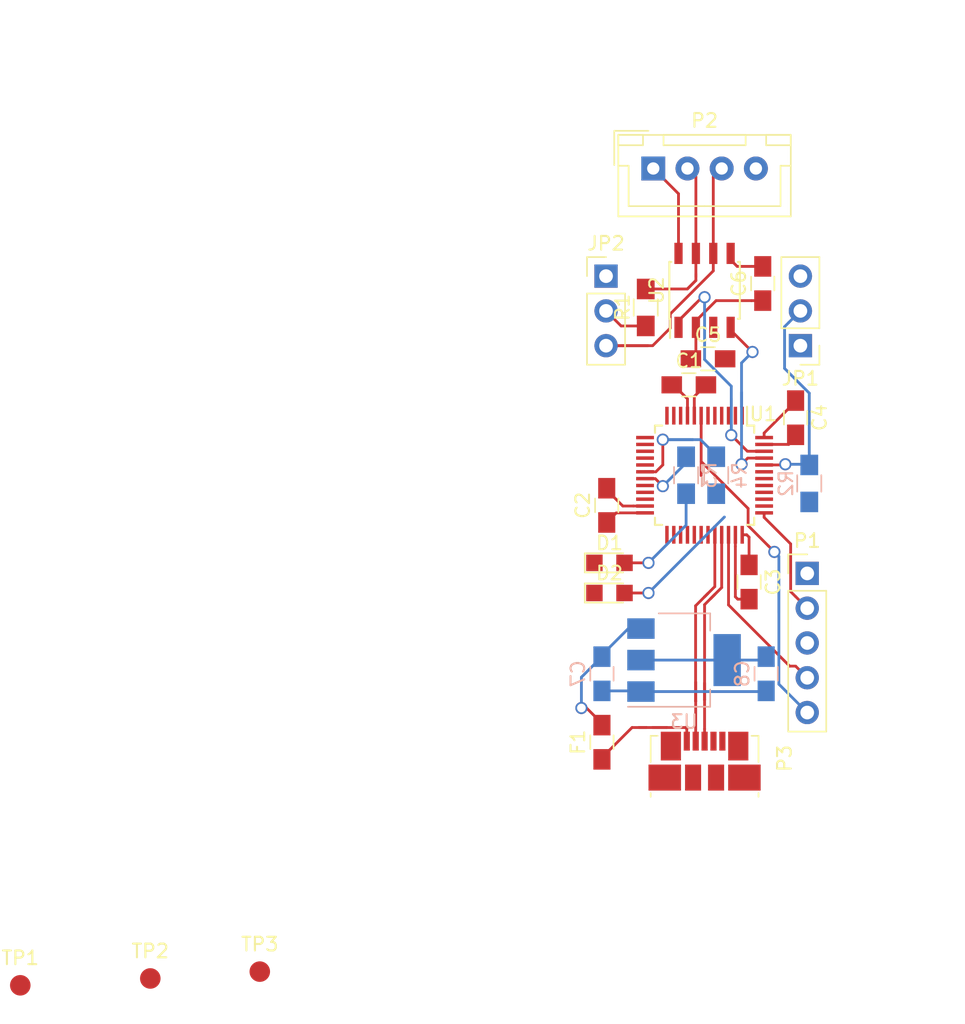
<source format=kicad_pcb>
(kicad_pcb (version 4) (host pcbnew 4.0.6)

  (general
    (links 67)
    (no_connects 46)
    (area 0 0 0 0)
    (thickness 1.6)
    (drawings 6)
    (tracks 171)
    (zones 0)
    (modules 26)
    (nets 20)
  )

  (page A4)
  (title_block
    (company "Phoenix Robotik")
  )

  (layers
    (0 F.Cu signal)
    (31 B.Cu signal)
    (32 B.Adhes user hide)
    (33 F.Adhes user hide)
    (34 B.Paste user hide)
    (35 F.Paste user hide)
    (36 B.SilkS user)
    (37 F.SilkS user)
    (38 B.Mask user hide)
    (39 F.Mask user hide)
    (40 Dwgs.User user)
    (41 Cmts.User user)
    (42 Eco1.User user)
    (43 Eco2.User user)
    (44 Edge.Cuts user)
    (45 Margin user)
    (46 B.CrtYd user)
    (47 F.CrtYd user)
    (48 B.Fab user)
    (49 F.Fab user)
  )

  (setup
    (last_trace_width 0.2032)
    (trace_clearance 0.2032)
    (zone_clearance 0.508)
    (zone_45_only yes)
    (trace_min 0.2032)
    (segment_width 0.2)
    (edge_width 0.1)
    (via_size 0.889)
    (via_drill 0.635)
    (via_min_size 0.889)
    (via_min_drill 0.508)
    (uvia_size 0.508)
    (uvia_drill 0.127)
    (uvias_allowed no)
    (uvia_min_size 0.508)
    (uvia_min_drill 0.127)
    (pcb_text_width 0.3)
    (pcb_text_size 1.5 1.5)
    (mod_edge_width 0.15)
    (mod_text_size 1 1)
    (mod_text_width 0.15)
    (pad_size 1.52 1.52)
    (pad_drill 1.02)
    (pad_to_mask_clearance 0)
    (aux_axis_origin 0 0)
    (visible_elements FFFFFF7F)
    (pcbplotparams
      (layerselection 0x010f0_80000001)
      (usegerberextensions true)
      (excludeedgelayer true)
      (linewidth 0.100000)
      (plotframeref false)
      (viasonmask false)
      (mode 1)
      (useauxorigin false)
      (hpglpennumber 1)
      (hpglpenspeed 20)
      (hpglpendiameter 15)
      (hpglpenoverlay 2)
      (psnegative false)
      (psa4output false)
      (plotreference true)
      (plotvalue true)
      (plotinvisibletext false)
      (padsonsilk false)
      (subtractmaskfromsilk false)
      (outputformat 1)
      (mirror false)
      (drillshape 0)
      (scaleselection 1)
      (outputdirectory gerber/))
  )

  (net 0 "")
  (net 1 GND)
  (net 2 +5V)
  (net 3 /USB_DM)
  (net 4 /USB_DP)
  (net 5 /SWDIO)
  (net 6 /SWCLK)
  (net 7 /CAN_RX)
  (net 8 /CAN_TX)
  (net 9 "Net-(D1-Pad2)")
  (net 10 "Net-(D2-Pad2)")
  (net 11 "Net-(JP2-Pad2)")
  (net 12 /NRST)
  (net 13 +3V3)
  (net 14 "Net-(F1-Pad1)")
  (net 15 BOOT0)
  (net 16 CAN_L)
  (net 17 CAN_H)
  (net 18 LED_ACT)
  (net 19 LED_PWR)

  (net_class Default "This is the default net class."
    (clearance 0.2032)
    (trace_width 0.2032)
    (via_dia 0.889)
    (via_drill 0.635)
    (uvia_dia 0.508)
    (uvia_drill 0.127)
    (add_net +3V3)
    (add_net +5V)
    (add_net /CAN_RX)
    (add_net /CAN_TX)
    (add_net /NRST)
    (add_net /SWCLK)
    (add_net /SWDIO)
    (add_net /USB_DM)
    (add_net /USB_DP)
    (add_net BOOT0)
    (add_net CAN_H)
    (add_net CAN_L)
    (add_net GND)
    (add_net LED_ACT)
    (add_net LED_PWR)
    (add_net "Net-(D1-Pad2)")
    (add_net "Net-(D2-Pad2)")
    (add_net "Net-(F1-Pad1)")
    (add_net "Net-(JP2-Pad2)")
  )

  (net_class "Mounting Hole" ""
    (clearance 0.5)
    (trace_width 0.2032)
    (via_dia 6.5)
    (via_drill 3.5)
    (uvia_dia 6.5)
    (uvia_drill 3.5)
  )

  (module Housings_QFP:LQFP-48_7x7mm_Pitch0.5mm (layer F.Cu) (tedit 54749037) (tstamp 54735B4F)
    (at 131.75 104 270)
    (descr "48 LEAD LQFP 7x7mm (see MICREL LQFP7x7-48LD-PL-1.pdf)")
    (tags "QFP 0.5")
    (path /546FFAB4)
    (attr smd)
    (fp_text reference U1 (at -4.4695 -4.2895 360) (layer F.SilkS)
      (effects (font (size 1 1) (thickness 0.15)))
    )
    (fp_text value STM32F042C6T6 (at 0 6 270) (layer F.SilkS) hide
      (effects (font (size 1 1) (thickness 0.15)))
    )
    (fp_line (start -5.25 -5.25) (end -5.25 5.25) (layer F.CrtYd) (width 0.05))
    (fp_line (start 5.25 -5.25) (end 5.25 5.25) (layer F.CrtYd) (width 0.05))
    (fp_line (start -5.25 -5.25) (end 5.25 -5.25) (layer F.CrtYd) (width 0.05))
    (fp_line (start -5.25 5.25) (end 5.25 5.25) (layer F.CrtYd) (width 0.05))
    (fp_line (start -3.625 -3.625) (end -3.625 -3.1) (layer F.SilkS) (width 0.15))
    (fp_line (start 3.625 -3.625) (end 3.625 -3.1) (layer F.SilkS) (width 0.15))
    (fp_line (start 3.625 3.625) (end 3.625 3.1) (layer F.SilkS) (width 0.15))
    (fp_line (start -3.625 3.625) (end -3.625 3.1) (layer F.SilkS) (width 0.15))
    (fp_line (start -3.625 -3.625) (end -3.1 -3.625) (layer F.SilkS) (width 0.15))
    (fp_line (start -3.625 3.625) (end -3.1 3.625) (layer F.SilkS) (width 0.15))
    (fp_line (start 3.625 3.625) (end 3.1 3.625) (layer F.SilkS) (width 0.15))
    (fp_line (start 3.625 -3.625) (end 3.1 -3.625) (layer F.SilkS) (width 0.15))
    (fp_line (start -3.625 -3.1) (end -5 -3.1) (layer F.SilkS) (width 0.15))
    (pad 1 smd rect (at -4.35 -2.75 270) (size 1.3 0.25) (layers F.Cu F.Paste F.Mask)
      (net 13 +3V3))
    (pad 2 smd rect (at -4.35 -2.25 270) (size 1.3 0.25) (layers F.Cu F.Paste F.Mask))
    (pad 3 smd rect (at -4.35 -1.75 270) (size 1.3 0.25) (layers F.Cu F.Paste F.Mask))
    (pad 4 smd rect (at -4.35 -1.25 270) (size 1.3 0.25) (layers F.Cu F.Paste F.Mask))
    (pad 5 smd rect (at -4.35 -0.75 270) (size 1.3 0.25) (layers F.Cu F.Paste F.Mask))
    (pad 6 smd rect (at -4.35 -0.25 270) (size 1.3 0.25) (layers F.Cu F.Paste F.Mask))
    (pad 7 smd rect (at -4.35 0.25 270) (size 1.3 0.25) (layers F.Cu F.Paste F.Mask)
      (net 12 /NRST))
    (pad 8 smd rect (at -4.35 0.75 270) (size 1.3 0.25) (layers F.Cu F.Paste F.Mask)
      (net 1 GND))
    (pad 9 smd rect (at -4.35 1.25 270) (size 1.3 0.25) (layers F.Cu F.Paste F.Mask)
      (net 13 +3V3))
    (pad 10 smd rect (at -4.35 1.75 270) (size 1.3 0.25) (layers F.Cu F.Paste F.Mask))
    (pad 11 smd rect (at -4.35 2.25 270) (size 1.3 0.25) (layers F.Cu F.Paste F.Mask))
    (pad 12 smd rect (at -4.35 2.75 270) (size 1.3 0.25) (layers F.Cu F.Paste F.Mask))
    (pad 13 smd rect (at -2.75 4.35) (size 1.3 0.25) (layers F.Cu F.Paste F.Mask))
    (pad 14 smd rect (at -2.25 4.35) (size 1.3 0.25) (layers F.Cu F.Paste F.Mask))
    (pad 15 smd rect (at -1.75 4.35) (size 1.3 0.25) (layers F.Cu F.Paste F.Mask))
    (pad 16 smd rect (at -1.25 4.35) (size 1.3 0.25) (layers F.Cu F.Paste F.Mask))
    (pad 17 smd rect (at -0.75 4.35) (size 1.3 0.25) (layers F.Cu F.Paste F.Mask))
    (pad 18 smd rect (at -0.25 4.35) (size 1.3 0.25) (layers F.Cu F.Paste F.Mask)
      (net 19 LED_PWR))
    (pad 19 smd rect (at 0.25 4.35) (size 1.3 0.25) (layers F.Cu F.Paste F.Mask)
      (net 18 LED_ACT))
    (pad 20 smd rect (at 0.75 4.35) (size 1.3 0.25) (layers F.Cu F.Paste F.Mask))
    (pad 21 smd rect (at 1.25 4.35) (size 1.3 0.25) (layers F.Cu F.Paste F.Mask))
    (pad 22 smd rect (at 1.75 4.35) (size 1.3 0.25) (layers F.Cu F.Paste F.Mask))
    (pad 23 smd rect (at 2.25 4.35) (size 1.3 0.25) (layers F.Cu F.Paste F.Mask)
      (net 1 GND))
    (pad 24 smd rect (at 2.75 4.35) (size 1.3 0.25) (layers F.Cu F.Paste F.Mask)
      (net 13 +3V3))
    (pad 25 smd rect (at 4.35 2.75 270) (size 1.3 0.25) (layers F.Cu F.Paste F.Mask))
    (pad 26 smd rect (at 4.35 2.25 270) (size 1.3 0.25) (layers F.Cu F.Paste F.Mask))
    (pad 27 smd rect (at 4.35 1.75 270) (size 1.3 0.25) (layers F.Cu F.Paste F.Mask))
    (pad 28 smd rect (at 4.35 1.25 270) (size 1.3 0.25) (layers F.Cu F.Paste F.Mask))
    (pad 29 smd rect (at 4.35 0.75 270) (size 1.3 0.25) (layers F.Cu F.Paste F.Mask))
    (pad 30 smd rect (at 4.35 0.25 270) (size 1.3 0.25) (layers F.Cu F.Paste F.Mask))
    (pad 31 smd rect (at 4.35 -0.25 270) (size 1.3 0.25) (layers F.Cu F.Paste F.Mask))
    (pad 32 smd rect (at 4.35 -0.75 270) (size 1.3 0.25) (layers F.Cu F.Paste F.Mask)
      (net 3 /USB_DM))
    (pad 33 smd rect (at 4.35 -1.25 270) (size 1.3 0.25) (layers F.Cu F.Paste F.Mask)
      (net 4 /USB_DP))
    (pad 34 smd rect (at 4.35 -1.75 270) (size 1.3 0.25) (layers F.Cu F.Paste F.Mask)
      (net 5 /SWDIO))
    (pad 35 smd rect (at 4.35 -2.25 270) (size 1.3 0.25) (layers F.Cu F.Paste F.Mask)
      (net 1 GND))
    (pad 36 smd rect (at 4.35 -2.75 270) (size 1.3 0.25) (layers F.Cu F.Paste F.Mask)
      (net 13 +3V3))
    (pad 37 smd rect (at 2.75 -4.35) (size 1.3 0.25) (layers F.Cu F.Paste F.Mask)
      (net 6 /SWCLK))
    (pad 38 smd rect (at 2.25 -4.35) (size 1.3 0.25) (layers F.Cu F.Paste F.Mask))
    (pad 39 smd rect (at 1.75 -4.35) (size 1.3 0.25) (layers F.Cu F.Paste F.Mask))
    (pad 40 smd rect (at 1.25 -4.35) (size 1.3 0.25) (layers F.Cu F.Paste F.Mask))
    (pad 41 smd rect (at 0.75 -4.35) (size 1.3 0.25) (layers F.Cu F.Paste F.Mask))
    (pad 42 smd rect (at 0.25 -4.35) (size 1.3 0.25) (layers F.Cu F.Paste F.Mask))
    (pad 43 smd rect (at -0.25 -4.35) (size 1.3 0.25) (layers F.Cu F.Paste F.Mask))
    (pad 44 smd rect (at -0.75 -4.35) (size 1.3 0.25) (layers F.Cu F.Paste F.Mask)
      (net 15 BOOT0))
    (pad 45 smd rect (at -1.25 -4.35) (size 1.3 0.25) (layers F.Cu F.Paste F.Mask)
      (net 7 /CAN_RX))
    (pad 46 smd rect (at -1.75 -4.35) (size 1.3 0.25) (layers F.Cu F.Paste F.Mask)
      (net 8 /CAN_TX))
    (pad 47 smd rect (at -2.25 -4.35) (size 1.3 0.25) (layers F.Cu F.Paste F.Mask)
      (net 1 GND))
    (pad 48 smd rect (at -2.75 -4.35) (size 1.3 0.25) (layers F.Cu F.Paste F.Mask)
      (net 13 +3V3))
    (model Housings_QFP/LQFP-48_7x7mm_Pitch0.5mm.wrl
      (at (xyz 0 0 0))
      (scale (xyz 1 1 1))
      (rotate (xyz 0 0 0))
    )
  )

  (module TO_SOT_Packages_SMD:SOT-223 (layer B.Cu) (tedit 58D4632A) (tstamp 58D45AD9)
    (at 130.25 117.5)
    (descr "module CMS SOT223 4 pins")
    (tags "CMS SOT")
    (path /58D47ED1)
    (attr smd)
    (fp_text reference U3 (at 0 4.5) (layer B.SilkS)
      (effects (font (size 1 1) (thickness 0.15)) (justify mirror))
    )
    (fp_text value LD1117S33TR (at 0 -4.5) (layer B.Fab)
      (effects (font (size 1 1) (thickness 0.15)) (justify mirror))
    )
    (fp_line (start -1.85 2.3) (end -0.8 3.35) (layer B.Fab) (width 0.1))
    (fp_line (start 1.91 -3.41) (end 1.91 -2.15) (layer B.SilkS) (width 0.12))
    (fp_line (start 1.91 3.41) (end 1.91 2.15) (layer B.SilkS) (width 0.12))
    (fp_line (start 4.4 3.6) (end -4.4 3.6) (layer B.CrtYd) (width 0.05))
    (fp_line (start 4.4 -3.6) (end 4.4 3.6) (layer B.CrtYd) (width 0.05))
    (fp_line (start -4.4 -3.6) (end 4.4 -3.6) (layer B.CrtYd) (width 0.05))
    (fp_line (start -4.4 3.6) (end -4.4 -3.6) (layer B.CrtYd) (width 0.05))
    (fp_line (start -1.85 2.3) (end -1.85 -3.35) (layer B.Fab) (width 0.1))
    (fp_line (start -1.85 -3.41) (end 1.91 -3.41) (layer B.SilkS) (width 0.12))
    (fp_line (start -0.8 3.35) (end 1.85 3.35) (layer B.Fab) (width 0.1))
    (fp_line (start -4.1 3.41) (end 1.91 3.41) (layer B.SilkS) (width 0.12))
    (fp_line (start -1.85 -3.35) (end 1.85 -3.35) (layer B.Fab) (width 0.1))
    (fp_line (start 1.85 3.35) (end 1.85 -3.35) (layer B.Fab) (width 0.1))
    (pad 2 smd rect (at 3.15 0) (size 2 3.8) (layers B.Cu B.Paste B.Mask)
      (net 13 +3V3))
    (pad 2 smd rect (at -3.15 0) (size 2 1.5) (layers B.Cu B.Paste B.Mask)
      (net 13 +3V3))
    (pad 3 smd rect (at -3.15 -2.3) (size 2 1.5) (layers B.Cu B.Paste B.Mask)
      (net 2 +5V))
    (pad 1 smd rect (at -3.15 2.3) (size 2 1.5) (layers B.Cu B.Paste B.Mask)
      (net 1 GND))
    (model TO_SOT_Packages_SMD.3dshapes/SOT-223.wrl
      (at (xyz 0 0 0))
      (scale (xyz 0.4 0.4 0.4))
      (rotate (xyz 0 0 90))
    )
  )

  (module Capacitors_SMD:C_0805_HandSoldering (layer F.Cu) (tedit 58AA84A8) (tstamp 58D45A4D)
    (at 130.6 97.4)
    (descr "Capacitor SMD 0805, hand soldering")
    (tags "capacitor 0805")
    (path /54701255)
    (attr smd)
    (fp_text reference C1 (at 0 -1.75) (layer F.SilkS)
      (effects (font (size 1 1) (thickness 0.15)))
    )
    (fp_text value 0.1uF (at 0 1.75) (layer F.Fab)
      (effects (font (size 1 1) (thickness 0.15)))
    )
    (fp_text user %R (at 0 -1.75) (layer F.Fab)
      (effects (font (size 1 1) (thickness 0.15)))
    )
    (fp_line (start -1 0.62) (end -1 -0.62) (layer F.Fab) (width 0.1))
    (fp_line (start 1 0.62) (end -1 0.62) (layer F.Fab) (width 0.1))
    (fp_line (start 1 -0.62) (end 1 0.62) (layer F.Fab) (width 0.1))
    (fp_line (start -1 -0.62) (end 1 -0.62) (layer F.Fab) (width 0.1))
    (fp_line (start 0.5 -0.85) (end -0.5 -0.85) (layer F.SilkS) (width 0.12))
    (fp_line (start -0.5 0.85) (end 0.5 0.85) (layer F.SilkS) (width 0.12))
    (fp_line (start -2.25 -0.88) (end 2.25 -0.88) (layer F.CrtYd) (width 0.05))
    (fp_line (start -2.25 -0.88) (end -2.25 0.87) (layer F.CrtYd) (width 0.05))
    (fp_line (start 2.25 0.87) (end 2.25 -0.88) (layer F.CrtYd) (width 0.05))
    (fp_line (start 2.25 0.87) (end -2.25 0.87) (layer F.CrtYd) (width 0.05))
    (pad 1 smd rect (at -1.25 0) (size 1.5 1.25) (layers F.Cu F.Paste F.Mask)
      (net 13 +3V3))
    (pad 2 smd rect (at 1.25 0) (size 1.5 1.25) (layers F.Cu F.Paste F.Mask)
      (net 1 GND))
    (model Capacitors_SMD.3dshapes/C_0805.wrl
      (at (xyz 0 0 0))
      (scale (xyz 1 1 1))
      (rotate (xyz 0 0 0))
    )
  )

  (module Capacitors_SMD:C_0805_HandSoldering (layer F.Cu) (tedit 58AA84A8) (tstamp 58D45A52)
    (at 124.6 106.2 90)
    (descr "Capacitor SMD 0805, hand soldering")
    (tags "capacitor 0805")
    (path /546FA7BA)
    (attr smd)
    (fp_text reference C2 (at 0 -1.75 90) (layer F.SilkS)
      (effects (font (size 1 1) (thickness 0.15)))
    )
    (fp_text value 0.1uF (at 0 1.75 90) (layer F.Fab)
      (effects (font (size 1 1) (thickness 0.15)))
    )
    (fp_text user %R (at 0 -1.75 90) (layer F.Fab)
      (effects (font (size 1 1) (thickness 0.15)))
    )
    (fp_line (start -1 0.62) (end -1 -0.62) (layer F.Fab) (width 0.1))
    (fp_line (start 1 0.62) (end -1 0.62) (layer F.Fab) (width 0.1))
    (fp_line (start 1 -0.62) (end 1 0.62) (layer F.Fab) (width 0.1))
    (fp_line (start -1 -0.62) (end 1 -0.62) (layer F.Fab) (width 0.1))
    (fp_line (start 0.5 -0.85) (end -0.5 -0.85) (layer F.SilkS) (width 0.12))
    (fp_line (start -0.5 0.85) (end 0.5 0.85) (layer F.SilkS) (width 0.12))
    (fp_line (start -2.25 -0.88) (end 2.25 -0.88) (layer F.CrtYd) (width 0.05))
    (fp_line (start -2.25 -0.88) (end -2.25 0.87) (layer F.CrtYd) (width 0.05))
    (fp_line (start 2.25 0.87) (end 2.25 -0.88) (layer F.CrtYd) (width 0.05))
    (fp_line (start 2.25 0.87) (end -2.25 0.87) (layer F.CrtYd) (width 0.05))
    (pad 1 smd rect (at -1.25 0 90) (size 1.5 1.25) (layers F.Cu F.Paste F.Mask)
      (net 13 +3V3))
    (pad 2 smd rect (at 1.25 0 90) (size 1.5 1.25) (layers F.Cu F.Paste F.Mask)
      (net 1 GND))
    (model Capacitors_SMD.3dshapes/C_0805.wrl
      (at (xyz 0 0 0))
      (scale (xyz 1 1 1))
      (rotate (xyz 0 0 0))
    )
  )

  (module Capacitors_SMD:C_0805_HandSoldering (layer F.Cu) (tedit 58AA84A8) (tstamp 58D45A57)
    (at 135 111.8 270)
    (descr "Capacitor SMD 0805, hand soldering")
    (tags "capacitor 0805")
    (path /546FA677)
    (attr smd)
    (fp_text reference C3 (at 0 -1.75 270) (layer F.SilkS)
      (effects (font (size 1 1) (thickness 0.15)))
    )
    (fp_text value 1uF (at 0 1.75 270) (layer F.Fab)
      (effects (font (size 1 1) (thickness 0.15)))
    )
    (fp_text user %R (at 0 -1.75 270) (layer F.Fab)
      (effects (font (size 1 1) (thickness 0.15)))
    )
    (fp_line (start -1 0.62) (end -1 -0.62) (layer F.Fab) (width 0.1))
    (fp_line (start 1 0.62) (end -1 0.62) (layer F.Fab) (width 0.1))
    (fp_line (start 1 -0.62) (end 1 0.62) (layer F.Fab) (width 0.1))
    (fp_line (start -1 -0.62) (end 1 -0.62) (layer F.Fab) (width 0.1))
    (fp_line (start 0.5 -0.85) (end -0.5 -0.85) (layer F.SilkS) (width 0.12))
    (fp_line (start -0.5 0.85) (end 0.5 0.85) (layer F.SilkS) (width 0.12))
    (fp_line (start -2.25 -0.88) (end 2.25 -0.88) (layer F.CrtYd) (width 0.05))
    (fp_line (start -2.25 -0.88) (end -2.25 0.87) (layer F.CrtYd) (width 0.05))
    (fp_line (start 2.25 0.87) (end 2.25 -0.88) (layer F.CrtYd) (width 0.05))
    (fp_line (start 2.25 0.87) (end -2.25 0.87) (layer F.CrtYd) (width 0.05))
    (pad 1 smd rect (at -1.25 0 270) (size 1.5 1.25) (layers F.Cu F.Paste F.Mask)
      (net 13 +3V3))
    (pad 2 smd rect (at 1.25 0 270) (size 1.5 1.25) (layers F.Cu F.Paste F.Mask)
      (net 1 GND))
    (model Capacitors_SMD.3dshapes/C_0805.wrl
      (at (xyz 0 0 0))
      (scale (xyz 1 1 1))
      (rotate (xyz 0 0 0))
    )
  )

  (module Capacitors_SMD:C_0805_HandSoldering (layer F.Cu) (tedit 58AA84A8) (tstamp 58D45A5C)
    (at 138.4 99.8 270)
    (descr "Capacitor SMD 0805, hand soldering")
    (tags "capacitor 0805")
    (path /546FA65A)
    (attr smd)
    (fp_text reference C4 (at 0 -1.75 270) (layer F.SilkS)
      (effects (font (size 1 1) (thickness 0.15)))
    )
    (fp_text value 0.1uF (at 0 1.75 270) (layer F.Fab)
      (effects (font (size 1 1) (thickness 0.15)))
    )
    (fp_text user %R (at 0 -1.75 270) (layer F.Fab)
      (effects (font (size 1 1) (thickness 0.15)))
    )
    (fp_line (start -1 0.62) (end -1 -0.62) (layer F.Fab) (width 0.1))
    (fp_line (start 1 0.62) (end -1 0.62) (layer F.Fab) (width 0.1))
    (fp_line (start 1 -0.62) (end 1 0.62) (layer F.Fab) (width 0.1))
    (fp_line (start -1 -0.62) (end 1 -0.62) (layer F.Fab) (width 0.1))
    (fp_line (start 0.5 -0.85) (end -0.5 -0.85) (layer F.SilkS) (width 0.12))
    (fp_line (start -0.5 0.85) (end 0.5 0.85) (layer F.SilkS) (width 0.12))
    (fp_line (start -2.25 -0.88) (end 2.25 -0.88) (layer F.CrtYd) (width 0.05))
    (fp_line (start -2.25 -0.88) (end -2.25 0.87) (layer F.CrtYd) (width 0.05))
    (fp_line (start 2.25 0.87) (end 2.25 -0.88) (layer F.CrtYd) (width 0.05))
    (fp_line (start 2.25 0.87) (end -2.25 0.87) (layer F.CrtYd) (width 0.05))
    (pad 1 smd rect (at -1.25 0 270) (size 1.5 1.25) (layers F.Cu F.Paste F.Mask)
      (net 13 +3V3))
    (pad 2 smd rect (at 1.25 0 270) (size 1.5 1.25) (layers F.Cu F.Paste F.Mask)
      (net 1 GND))
    (model Capacitors_SMD.3dshapes/C_0805.wrl
      (at (xyz 0 0 0))
      (scale (xyz 1 1 1))
      (rotate (xyz 0 0 0))
    )
  )

  (module Capacitors_SMD:C_0805_HandSoldering (layer F.Cu) (tedit 58AA84A8) (tstamp 58D45A61)
    (at 132 95.5)
    (descr "Capacitor SMD 0805, hand soldering")
    (tags "capacitor 0805")
    (path /54724A1C)
    (attr smd)
    (fp_text reference C5 (at 0 -1.75) (layer F.SilkS)
      (effects (font (size 1 1) (thickness 0.15)))
    )
    (fp_text value 0.1uF (at 0 1.75) (layer F.Fab)
      (effects (font (size 1 1) (thickness 0.15)))
    )
    (fp_text user %R (at 0 -1.75) (layer F.Fab)
      (effects (font (size 1 1) (thickness 0.15)))
    )
    (fp_line (start -1 0.62) (end -1 -0.62) (layer F.Fab) (width 0.1))
    (fp_line (start 1 0.62) (end -1 0.62) (layer F.Fab) (width 0.1))
    (fp_line (start 1 -0.62) (end 1 0.62) (layer F.Fab) (width 0.1))
    (fp_line (start -1 -0.62) (end 1 -0.62) (layer F.Fab) (width 0.1))
    (fp_line (start 0.5 -0.85) (end -0.5 -0.85) (layer F.SilkS) (width 0.12))
    (fp_line (start -0.5 0.85) (end 0.5 0.85) (layer F.SilkS) (width 0.12))
    (fp_line (start -2.25 -0.88) (end 2.25 -0.88) (layer F.CrtYd) (width 0.05))
    (fp_line (start -2.25 -0.88) (end -2.25 0.87) (layer F.CrtYd) (width 0.05))
    (fp_line (start 2.25 0.87) (end 2.25 -0.88) (layer F.CrtYd) (width 0.05))
    (fp_line (start 2.25 0.87) (end -2.25 0.87) (layer F.CrtYd) (width 0.05))
    (pad 1 smd rect (at -1.25 0) (size 1.5 1.25) (layers F.Cu F.Paste F.Mask)
      (net 1 GND))
    (pad 2 smd rect (at 1.25 0) (size 1.5 1.25) (layers F.Cu F.Paste F.Mask)
      (net 2 +5V))
    (model Capacitors_SMD.3dshapes/C_0805.wrl
      (at (xyz 0 0 0))
      (scale (xyz 1 1 1))
      (rotate (xyz 0 0 0))
    )
  )

  (module Capacitors_SMD:C_0805_HandSoldering (layer F.Cu) (tedit 58AA84A8) (tstamp 58D45A66)
    (at 136 90 90)
    (descr "Capacitor SMD 0805, hand soldering")
    (tags "capacitor 0805")
    (path /58D3FB44)
    (attr smd)
    (fp_text reference C6 (at 0 -1.75 90) (layer F.SilkS)
      (effects (font (size 1 1) (thickness 0.15)))
    )
    (fp_text value 0.1uF (at 0 1.75 90) (layer F.Fab)
      (effects (font (size 1 1) (thickness 0.15)))
    )
    (fp_text user %R (at 0 -1.75 90) (layer F.Fab)
      (effects (font (size 1 1) (thickness 0.15)))
    )
    (fp_line (start -1 0.62) (end -1 -0.62) (layer F.Fab) (width 0.1))
    (fp_line (start 1 0.62) (end -1 0.62) (layer F.Fab) (width 0.1))
    (fp_line (start 1 -0.62) (end 1 0.62) (layer F.Fab) (width 0.1))
    (fp_line (start -1 -0.62) (end 1 -0.62) (layer F.Fab) (width 0.1))
    (fp_line (start 0.5 -0.85) (end -0.5 -0.85) (layer F.SilkS) (width 0.12))
    (fp_line (start -0.5 0.85) (end 0.5 0.85) (layer F.SilkS) (width 0.12))
    (fp_line (start -2.25 -0.88) (end 2.25 -0.88) (layer F.CrtYd) (width 0.05))
    (fp_line (start -2.25 -0.88) (end -2.25 0.87) (layer F.CrtYd) (width 0.05))
    (fp_line (start 2.25 0.87) (end 2.25 -0.88) (layer F.CrtYd) (width 0.05))
    (fp_line (start 2.25 0.87) (end -2.25 0.87) (layer F.CrtYd) (width 0.05))
    (pad 1 smd rect (at -1.25 0 90) (size 1.5 1.25) (layers F.Cu F.Paste F.Mask)
      (net 1 GND))
    (pad 2 smd rect (at 1.25 0 90) (size 1.5 1.25) (layers F.Cu F.Paste F.Mask)
      (net 13 +3V3))
    (model Capacitors_SMD.3dshapes/C_0805.wrl
      (at (xyz 0 0 0))
      (scale (xyz 1 1 1))
      (rotate (xyz 0 0 0))
    )
  )

  (module Capacitors_SMD:C_0805_HandSoldering (layer B.Cu) (tedit 58AA84A8) (tstamp 58D45A6B)
    (at 124.25 118.5 270)
    (descr "Capacitor SMD 0805, hand soldering")
    (tags "capacitor 0805")
    (path /546FC250)
    (attr smd)
    (fp_text reference C7 (at 0 1.75 270) (layer B.SilkS)
      (effects (font (size 1 1) (thickness 0.15)) (justify mirror))
    )
    (fp_text value 100nF (at 0 -1.75 270) (layer B.Fab)
      (effects (font (size 1 1) (thickness 0.15)) (justify mirror))
    )
    (fp_text user %R (at 0 1.75 270) (layer B.Fab)
      (effects (font (size 1 1) (thickness 0.15)) (justify mirror))
    )
    (fp_line (start -1 -0.62) (end -1 0.62) (layer B.Fab) (width 0.1))
    (fp_line (start 1 -0.62) (end -1 -0.62) (layer B.Fab) (width 0.1))
    (fp_line (start 1 0.62) (end 1 -0.62) (layer B.Fab) (width 0.1))
    (fp_line (start -1 0.62) (end 1 0.62) (layer B.Fab) (width 0.1))
    (fp_line (start 0.5 0.85) (end -0.5 0.85) (layer B.SilkS) (width 0.12))
    (fp_line (start -0.5 -0.85) (end 0.5 -0.85) (layer B.SilkS) (width 0.12))
    (fp_line (start -2.25 0.88) (end 2.25 0.88) (layer B.CrtYd) (width 0.05))
    (fp_line (start -2.25 0.88) (end -2.25 -0.87) (layer B.CrtYd) (width 0.05))
    (fp_line (start 2.25 -0.87) (end 2.25 0.88) (layer B.CrtYd) (width 0.05))
    (fp_line (start 2.25 -0.87) (end -2.25 -0.87) (layer B.CrtYd) (width 0.05))
    (pad 1 smd rect (at -1.25 0 270) (size 1.5 1.25) (layers B.Cu B.Paste B.Mask)
      (net 2 +5V))
    (pad 2 smd rect (at 1.25 0 270) (size 1.5 1.25) (layers B.Cu B.Paste B.Mask)
      (net 1 GND))
    (model Capacitors_SMD.3dshapes/C_0805.wrl
      (at (xyz 0 0 0))
      (scale (xyz 1 1 1))
      (rotate (xyz 0 0 0))
    )
  )

  (module Capacitors_SMD:C_0805_HandSoldering (layer B.Cu) (tedit 58AA84A8) (tstamp 58D45A70)
    (at 136.25 118.5 270)
    (descr "Capacitor SMD 0805, hand soldering")
    (tags "capacitor 0805")
    (path /546FC291)
    (attr smd)
    (fp_text reference C8 (at 0 1.75 270) (layer B.SilkS)
      (effects (font (size 1 1) (thickness 0.15)) (justify mirror))
    )
    (fp_text value 10uF (at 0 -1.75 270) (layer B.Fab)
      (effects (font (size 1 1) (thickness 0.15)) (justify mirror))
    )
    (fp_text user %R (at 0 1.75 270) (layer B.Fab)
      (effects (font (size 1 1) (thickness 0.15)) (justify mirror))
    )
    (fp_line (start -1 -0.62) (end -1 0.62) (layer B.Fab) (width 0.1))
    (fp_line (start 1 -0.62) (end -1 -0.62) (layer B.Fab) (width 0.1))
    (fp_line (start 1 0.62) (end 1 -0.62) (layer B.Fab) (width 0.1))
    (fp_line (start -1 0.62) (end 1 0.62) (layer B.Fab) (width 0.1))
    (fp_line (start 0.5 0.85) (end -0.5 0.85) (layer B.SilkS) (width 0.12))
    (fp_line (start -0.5 -0.85) (end 0.5 -0.85) (layer B.SilkS) (width 0.12))
    (fp_line (start -2.25 0.88) (end 2.25 0.88) (layer B.CrtYd) (width 0.05))
    (fp_line (start -2.25 0.88) (end -2.25 -0.87) (layer B.CrtYd) (width 0.05))
    (fp_line (start 2.25 -0.87) (end 2.25 0.88) (layer B.CrtYd) (width 0.05))
    (fp_line (start 2.25 -0.87) (end -2.25 -0.87) (layer B.CrtYd) (width 0.05))
    (pad 1 smd rect (at -1.25 0 270) (size 1.5 1.25) (layers B.Cu B.Paste B.Mask)
      (net 13 +3V3))
    (pad 2 smd rect (at 1.25 0 270) (size 1.5 1.25) (layers B.Cu B.Paste B.Mask)
      (net 1 GND))
    (model Capacitors_SMD.3dshapes/C_0805.wrl
      (at (xyz 0 0 0))
      (scale (xyz 1 1 1))
      (rotate (xyz 0 0 0))
    )
  )

  (module Capacitors_SMD:C_0805_HandSoldering (layer F.Cu) (tedit 58AA84A8) (tstamp 58D45A84)
    (at 124.25 123.5 90)
    (descr "Capacitor SMD 0805, hand soldering")
    (tags "capacitor 0805")
    (path /58D3E875)
    (attr smd)
    (fp_text reference F1 (at 0 -1.75 90) (layer F.SilkS)
      (effects (font (size 1 1) (thickness 0.15)))
    )
    (fp_text value Polyfuse (at 0 1.75 90) (layer F.Fab)
      (effects (font (size 1 1) (thickness 0.15)))
    )
    (fp_text user %R (at 0 -1.75 90) (layer F.Fab)
      (effects (font (size 1 1) (thickness 0.15)))
    )
    (fp_line (start -1 0.62) (end -1 -0.62) (layer F.Fab) (width 0.1))
    (fp_line (start 1 0.62) (end -1 0.62) (layer F.Fab) (width 0.1))
    (fp_line (start 1 -0.62) (end 1 0.62) (layer F.Fab) (width 0.1))
    (fp_line (start -1 -0.62) (end 1 -0.62) (layer F.Fab) (width 0.1))
    (fp_line (start 0.5 -0.85) (end -0.5 -0.85) (layer F.SilkS) (width 0.12))
    (fp_line (start -0.5 0.85) (end 0.5 0.85) (layer F.SilkS) (width 0.12))
    (fp_line (start -2.25 -0.88) (end 2.25 -0.88) (layer F.CrtYd) (width 0.05))
    (fp_line (start -2.25 -0.88) (end -2.25 0.87) (layer F.CrtYd) (width 0.05))
    (fp_line (start 2.25 0.87) (end 2.25 -0.88) (layer F.CrtYd) (width 0.05))
    (fp_line (start 2.25 0.87) (end -2.25 0.87) (layer F.CrtYd) (width 0.05))
    (pad 1 smd rect (at -1.25 0 90) (size 1.5 1.25) (layers F.Cu F.Paste F.Mask)
      (net 14 "Net-(F1-Pad1)"))
    (pad 2 smd rect (at 1.25 0 90) (size 1.5 1.25) (layers F.Cu F.Paste F.Mask)
      (net 2 +5V))
    (model Capacitors_SMD.3dshapes/C_0805.wrl
      (at (xyz 0 0 0))
      (scale (xyz 1 1 1))
      (rotate (xyz 0 0 0))
    )
  )

  (module Pin_Headers:Pin_Header_Straight_1x03_Pitch2.54mm (layer F.Cu) (tedit 5862ED52) (tstamp 58D45A85)
    (at 138.75 94.54 180)
    (descr "Through hole straight pin header, 1x03, 2.54mm pitch, single row")
    (tags "Through hole pin header THT 1x03 2.54mm single row")
    (path /58D45A98)
    (fp_text reference JP1 (at 0 -2.39 180) (layer F.SilkS)
      (effects (font (size 1 1) (thickness 0.15)))
    )
    (fp_text value Jumper_NC_Dual (at 0 7.47 180) (layer F.Fab)
      (effects (font (size 1 1) (thickness 0.15)))
    )
    (fp_line (start -1.27 -1.27) (end -1.27 6.35) (layer F.Fab) (width 0.1))
    (fp_line (start -1.27 6.35) (end 1.27 6.35) (layer F.Fab) (width 0.1))
    (fp_line (start 1.27 6.35) (end 1.27 -1.27) (layer F.Fab) (width 0.1))
    (fp_line (start 1.27 -1.27) (end -1.27 -1.27) (layer F.Fab) (width 0.1))
    (fp_line (start -1.39 1.27) (end -1.39 6.47) (layer F.SilkS) (width 0.12))
    (fp_line (start -1.39 6.47) (end 1.39 6.47) (layer F.SilkS) (width 0.12))
    (fp_line (start 1.39 6.47) (end 1.39 1.27) (layer F.SilkS) (width 0.12))
    (fp_line (start 1.39 1.27) (end -1.39 1.27) (layer F.SilkS) (width 0.12))
    (fp_line (start -1.39 0) (end -1.39 -1.39) (layer F.SilkS) (width 0.12))
    (fp_line (start -1.39 -1.39) (end 0 -1.39) (layer F.SilkS) (width 0.12))
    (fp_line (start -1.6 -1.6) (end -1.6 6.6) (layer F.CrtYd) (width 0.05))
    (fp_line (start -1.6 6.6) (end 1.6 6.6) (layer F.CrtYd) (width 0.05))
    (fp_line (start 1.6 6.6) (end 1.6 -1.6) (layer F.CrtYd) (width 0.05))
    (fp_line (start 1.6 -1.6) (end -1.6 -1.6) (layer F.CrtYd) (width 0.05))
    (pad 1 thru_hole rect (at 0 0 180) (size 1.7 1.7) (drill 1) (layers *.Cu *.Mask)
      (net 13 +3V3))
    (pad 2 thru_hole oval (at 0 2.54 180) (size 1.7 1.7) (drill 1) (layers *.Cu *.Mask)
      (net 15 BOOT0))
    (pad 3 thru_hole oval (at 0 5.08 180) (size 1.7 1.7) (drill 1) (layers *.Cu *.Mask))
    (model Pin_Headers.3dshapes/Pin_Header_Straight_1x03_Pitch2.54mm.wrl
      (at (xyz 0 -0.1 0))
      (scale (xyz 1 1 1))
      (rotate (xyz 0 0 90))
    )
  )

  (module Pin_Headers:Pin_Header_Straight_1x03_Pitch2.54mm (layer F.Cu) (tedit 5862ED52) (tstamp 58D45A8B)
    (at 124.55 89.46)
    (descr "Through hole straight pin header, 1x03, 2.54mm pitch, single row")
    (tags "Through hole pin header THT 1x03 2.54mm single row")
    (path /58D436F2)
    (fp_text reference JP2 (at 0 -2.39) (layer F.SilkS)
      (effects (font (size 1 1) (thickness 0.15)))
    )
    (fp_text value Jumper_NC_Dual (at 0 7.47) (layer F.Fab)
      (effects (font (size 1 1) (thickness 0.15)))
    )
    (fp_line (start -1.27 -1.27) (end -1.27 6.35) (layer F.Fab) (width 0.1))
    (fp_line (start -1.27 6.35) (end 1.27 6.35) (layer F.Fab) (width 0.1))
    (fp_line (start 1.27 6.35) (end 1.27 -1.27) (layer F.Fab) (width 0.1))
    (fp_line (start 1.27 -1.27) (end -1.27 -1.27) (layer F.Fab) (width 0.1))
    (fp_line (start -1.39 1.27) (end -1.39 6.47) (layer F.SilkS) (width 0.12))
    (fp_line (start -1.39 6.47) (end 1.39 6.47) (layer F.SilkS) (width 0.12))
    (fp_line (start 1.39 6.47) (end 1.39 1.27) (layer F.SilkS) (width 0.12))
    (fp_line (start 1.39 1.27) (end -1.39 1.27) (layer F.SilkS) (width 0.12))
    (fp_line (start -1.39 0) (end -1.39 -1.39) (layer F.SilkS) (width 0.12))
    (fp_line (start -1.39 -1.39) (end 0 -1.39) (layer F.SilkS) (width 0.12))
    (fp_line (start -1.6 -1.6) (end -1.6 6.6) (layer F.CrtYd) (width 0.05))
    (fp_line (start -1.6 6.6) (end 1.6 6.6) (layer F.CrtYd) (width 0.05))
    (fp_line (start 1.6 6.6) (end 1.6 -1.6) (layer F.CrtYd) (width 0.05))
    (fp_line (start 1.6 -1.6) (end -1.6 -1.6) (layer F.CrtYd) (width 0.05))
    (pad 1 thru_hole rect (at 0 0) (size 1.7 1.7) (drill 1) (layers *.Cu *.Mask))
    (pad 2 thru_hole oval (at 0 2.54) (size 1.7 1.7) (drill 1) (layers *.Cu *.Mask)
      (net 11 "Net-(JP2-Pad2)"))
    (pad 3 thru_hole oval (at 0 5.08) (size 1.7 1.7) (drill 1) (layers *.Cu *.Mask)
      (net 16 CAN_L))
    (model Pin_Headers.3dshapes/Pin_Header_Straight_1x03_Pitch2.54mm.wrl
      (at (xyz 0 -0.1 0))
      (scale (xyz 1 1 1))
      (rotate (xyz 0 0 90))
    )
  )

  (module Connectors_JST:JST_XH_B04B-XH-A_04x2.50mm_Straight (layer F.Cu) (tedit 58A23614) (tstamp 58D45A99)
    (at 128 81.6)
    (descr "JST XH series connector, B04B-XH-A, top entry type, through hole")
    (tags "connector jst xh tht top vertical 2.50mm")
    (path /58D4267D)
    (fp_text reference P2 (at 3.75 -3.5) (layer F.SilkS)
      (effects (font (size 1 1) (thickness 0.15)))
    )
    (fp_text value CAN (at 3.75 4.5) (layer F.Fab)
      (effects (font (size 1 1) (thickness 0.15)))
    )
    (fp_line (start -2.45 -2.35) (end -2.45 3.4) (layer F.Fab) (width 0.1))
    (fp_line (start -2.45 3.4) (end 9.95 3.4) (layer F.Fab) (width 0.1))
    (fp_line (start 9.95 3.4) (end 9.95 -2.35) (layer F.Fab) (width 0.1))
    (fp_line (start 9.95 -2.35) (end -2.45 -2.35) (layer F.Fab) (width 0.1))
    (fp_line (start -2.95 -2.85) (end -2.95 3.9) (layer F.CrtYd) (width 0.05))
    (fp_line (start -2.95 3.9) (end 10.4 3.9) (layer F.CrtYd) (width 0.05))
    (fp_line (start 10.4 3.9) (end 10.4 -2.85) (layer F.CrtYd) (width 0.05))
    (fp_line (start 10.4 -2.85) (end -2.95 -2.85) (layer F.CrtYd) (width 0.05))
    (fp_line (start -2.55 -2.45) (end -2.55 3.5) (layer F.SilkS) (width 0.12))
    (fp_line (start -2.55 3.5) (end 10.05 3.5) (layer F.SilkS) (width 0.12))
    (fp_line (start 10.05 3.5) (end 10.05 -2.45) (layer F.SilkS) (width 0.12))
    (fp_line (start 10.05 -2.45) (end -2.55 -2.45) (layer F.SilkS) (width 0.12))
    (fp_line (start 0.75 -2.45) (end 0.75 -1.7) (layer F.SilkS) (width 0.12))
    (fp_line (start 0.75 -1.7) (end 6.75 -1.7) (layer F.SilkS) (width 0.12))
    (fp_line (start 6.75 -1.7) (end 6.75 -2.45) (layer F.SilkS) (width 0.12))
    (fp_line (start 6.75 -2.45) (end 0.75 -2.45) (layer F.SilkS) (width 0.12))
    (fp_line (start -2.55 -2.45) (end -2.55 -1.7) (layer F.SilkS) (width 0.12))
    (fp_line (start -2.55 -1.7) (end -0.75 -1.7) (layer F.SilkS) (width 0.12))
    (fp_line (start -0.75 -1.7) (end -0.75 -2.45) (layer F.SilkS) (width 0.12))
    (fp_line (start -0.75 -2.45) (end -2.55 -2.45) (layer F.SilkS) (width 0.12))
    (fp_line (start 8.25 -2.45) (end 8.25 -1.7) (layer F.SilkS) (width 0.12))
    (fp_line (start 8.25 -1.7) (end 10.05 -1.7) (layer F.SilkS) (width 0.12))
    (fp_line (start 10.05 -1.7) (end 10.05 -2.45) (layer F.SilkS) (width 0.12))
    (fp_line (start 10.05 -2.45) (end 8.25 -2.45) (layer F.SilkS) (width 0.12))
    (fp_line (start -2.55 -0.2) (end -1.8 -0.2) (layer F.SilkS) (width 0.12))
    (fp_line (start -1.8 -0.2) (end -1.8 2.75) (layer F.SilkS) (width 0.12))
    (fp_line (start -1.8 2.75) (end 3.75 2.75) (layer F.SilkS) (width 0.12))
    (fp_line (start 10.05 -0.2) (end 9.3 -0.2) (layer F.SilkS) (width 0.12))
    (fp_line (start 9.3 -0.2) (end 9.3 2.75) (layer F.SilkS) (width 0.12))
    (fp_line (start 9.3 2.75) (end 3.75 2.75) (layer F.SilkS) (width 0.12))
    (fp_line (start -0.35 -2.75) (end -2.85 -2.75) (layer F.SilkS) (width 0.12))
    (fp_line (start -2.85 -2.75) (end -2.85 -0.25) (layer F.SilkS) (width 0.12))
    (fp_line (start -0.35 -2.75) (end -2.85 -2.75) (layer F.Fab) (width 0.1))
    (fp_line (start -2.85 -2.75) (end -2.85 -0.25) (layer F.Fab) (width 0.1))
    (fp_text user %R (at 3.75 2.5) (layer F.Fab)
      (effects (font (size 1 1) (thickness 0.15)))
    )
    (pad 1 thru_hole rect (at 0 0) (size 1.75 1.75) (drill 0.9) (layers *.Cu *.Mask)
      (net 1 GND))
    (pad 2 thru_hole circle (at 2.5 0) (size 1.75 1.75) (drill 0.9) (layers *.Cu *.Mask)
      (net 17 CAN_H))
    (pad 3 thru_hole circle (at 5 0) (size 1.75 1.75) (drill 0.9) (layers *.Cu *.Mask)
      (net 16 CAN_L))
    (pad 4 thru_hole circle (at 7.5 0) (size 1.75 1.75) (drill 0.9) (layers *.Cu *.Mask))
    (model Connectors_JST.3dshapes/JST_XH_B04B-XH-A_04x2.50mm_Straight.wrl
      (at (xyz 0 0 0))
      (scale (xyz 1 1 1))
      (rotate (xyz 0 0 0))
    )
  )

  (module Connectors_Molex:USB_Micro-B_Molex_47346-0001 (layer F.Cu) (tedit 5899FC64) (tstamp 58D45AA0)
    (at 131.75 124.75 90)
    (descr http://www.molex.com/pdm_docs/sd/473460001_sd.pdf)
    (tags "Micro-USB SMD")
    (path /546FAFF9)
    (attr smd)
    (fp_text reference P3 (at 0.07 5.84 270) (layer F.SilkS)
      (effects (font (size 1 1) (thickness 0.15)))
    )
    (fp_text value USB (at 0.07 -5.97 90) (layer F.Fab)
      (effects (font (size 1 1) (thickness 0.15)))
    )
    (fp_text user "PCB Front Edge" (at -2.85 7.62 180) (layer Dwgs.User)
      (effects (font (size 0.4 0.4) (thickness 0.04)))
    )
    (fp_line (start 1.72 3.94) (end 1.72 3.43) (layer F.SilkS) (width 0.12))
    (fp_line (start -3.74 4.6) (end -3.74 -4.6) (layer F.CrtYd) (width 0.05))
    (fp_line (start 2.52 4.6) (end -3.74 4.6) (layer F.CrtYd) (width 0.05))
    (fp_line (start 2.52 -4.6) (end 2.52 4.6) (layer F.CrtYd) (width 0.05))
    (fp_line (start -3.74 -4.6) (end 2.52 -4.6) (layer F.CrtYd) (width 0.05))
    (fp_line (start -3.48 3.75) (end -3.48 -3.75) (layer F.Fab) (width 0.1))
    (fp_line (start 1.52 3.75) (end -3.48 3.75) (layer F.Fab) (width 0.1))
    (fp_line (start 1.52 -3.75) (end 1.52 3.75) (layer F.Fab) (width 0.1))
    (fp_line (start -3.48 -3.75) (end 1.52 -3.75) (layer F.Fab) (width 0.1))
    (fp_line (start -2.47 3.94) (end -2.73 3.94) (layer F.SilkS) (width 0.12))
    (fp_line (start 1.72 3.94) (end -0.19 3.94) (layer F.SilkS) (width 0.12))
    (fp_line (start 1.72 -3.94) (end 1.72 -3.43) (layer F.SilkS) (width 0.12))
    (fp_line (start -0.19 -3.94) (end 1.72 -3.94) (layer F.SilkS) (width 0.12))
    (fp_line (start -2.73 -3.94) (end -2.47 -3.94) (layer F.SilkS) (width 0.12))
    (fp_line (start -2.78 -5) (end -2.78 5) (layer Dwgs.User) (width 0.15))
    (pad 1 smd rect (at 1.33 -1.3 90) (size 1.38 0.45) (layers F.Cu F.Paste F.Mask)
      (net 14 "Net-(F1-Pad1)"))
    (pad 2 smd rect (at 1.33 -0.65 90) (size 1.38 0.45) (layers F.Cu F.Paste F.Mask)
      (net 3 /USB_DM))
    (pad 3 smd rect (at 1.33 0 90) (size 1.38 0.45) (layers F.Cu F.Paste F.Mask)
      (net 4 /USB_DP))
    (pad 4 smd rect (at 1.33 0.65 90) (size 1.38 0.45) (layers F.Cu F.Paste F.Mask))
    (pad 5 smd rect (at 1.33 1.3 90) (size 1.38 0.45) (layers F.Cu F.Paste F.Mask)
      (net 1 GND))
    (pad 6 smd rect (at 0.97 -2.4625 90) (size 2.1 1.475) (layers F.Cu F.Paste F.Mask)
      (net 1 GND))
    (pad 6 smd rect (at 0.97 2.4625 90) (size 2.1 1.475) (layers F.Cu F.Paste F.Mask)
      (net 1 GND))
    (pad 6 smd rect (at -1.33 -2.91 90) (size 1.9 2.375) (layers F.Cu F.Paste F.Mask)
      (net 1 GND))
    (pad 6 smd rect (at -1.33 2.91 90) (size 1.9 2.375) (layers F.Cu F.Paste F.Mask)
      (net 1 GND))
    (pad 6 smd rect (at -1.33 -0.84 90) (size 1.9 1.175) (layers F.Cu F.Paste F.Mask)
      (net 1 GND))
    (pad 6 smd rect (at -1.33 0.84 90) (size 1.9 1.175) (layers F.Cu F.Paste F.Mask)
      (net 1 GND))
    (model Connectors_Molex.3dshapes/USB_Micro-B_Molex_47346-0001.wrl
      (at (xyz -0.05 0 0.05))
      (scale (xyz 0.39 0.39 0.39))
      (rotate (xyz -90 0 90))
    )
  )

  (module Resistors_SMD:R_0805_HandSoldering (layer F.Cu) (tedit 58AADA1D) (tstamp 58D45AAE)
    (at 127.45 91.75 90)
    (descr "Resistor SMD 0805, hand soldering")
    (tags "resistor 0805")
    (path /5472656A)
    (attr smd)
    (fp_text reference R1 (at 0 -1.7 90) (layer F.SilkS)
      (effects (font (size 1 1) (thickness 0.15)))
    )
    (fp_text value 120 (at 0 1.75 90) (layer F.Fab)
      (effects (font (size 1 1) (thickness 0.15)))
    )
    (fp_text user %R (at 0 -1.7 90) (layer F.Fab)
      (effects (font (size 1 1) (thickness 0.15)))
    )
    (fp_line (start -1 0.62) (end -1 -0.62) (layer F.Fab) (width 0.1))
    (fp_line (start 1 0.62) (end -1 0.62) (layer F.Fab) (width 0.1))
    (fp_line (start 1 -0.62) (end 1 0.62) (layer F.Fab) (width 0.1))
    (fp_line (start -1 -0.62) (end 1 -0.62) (layer F.Fab) (width 0.1))
    (fp_line (start 0.6 0.88) (end -0.6 0.88) (layer F.SilkS) (width 0.12))
    (fp_line (start -0.6 -0.88) (end 0.6 -0.88) (layer F.SilkS) (width 0.12))
    (fp_line (start -2.35 -0.9) (end 2.35 -0.9) (layer F.CrtYd) (width 0.05))
    (fp_line (start -2.35 -0.9) (end -2.35 0.9) (layer F.CrtYd) (width 0.05))
    (fp_line (start 2.35 0.9) (end 2.35 -0.9) (layer F.CrtYd) (width 0.05))
    (fp_line (start 2.35 0.9) (end -2.35 0.9) (layer F.CrtYd) (width 0.05))
    (pad 1 smd rect (at -1.35 0 90) (size 1.5 1.3) (layers F.Cu F.Paste F.Mask)
      (net 11 "Net-(JP2-Pad2)"))
    (pad 2 smd rect (at 1.35 0 90) (size 1.5 1.3) (layers F.Cu F.Paste F.Mask)
      (net 17 CAN_H))
    (model Resistors_SMD.3dshapes/R_0805.wrl
      (at (xyz 0 0 0))
      (scale (xyz 1 1 1))
      (rotate (xyz 0 0 0))
    )
  )

  (module Resistors_SMD:R_0805_HandSoldering (layer B.Cu) (tedit 58AADA1D) (tstamp 58D45AB3)
    (at 139.4 104.6 270)
    (descr "Resistor SMD 0805, hand soldering")
    (tags "resistor 0805")
    (path /5473362D)
    (attr smd)
    (fp_text reference R2 (at 0 1.7 270) (layer B.SilkS)
      (effects (font (size 1 1) (thickness 0.15)) (justify mirror))
    )
    (fp_text value 10k (at 0 -1.75 270) (layer B.Fab)
      (effects (font (size 1 1) (thickness 0.15)) (justify mirror))
    )
    (fp_text user %R (at 0 1.7 270) (layer B.Fab)
      (effects (font (size 1 1) (thickness 0.15)) (justify mirror))
    )
    (fp_line (start -1 -0.62) (end -1 0.62) (layer B.Fab) (width 0.1))
    (fp_line (start 1 -0.62) (end -1 -0.62) (layer B.Fab) (width 0.1))
    (fp_line (start 1 0.62) (end 1 -0.62) (layer B.Fab) (width 0.1))
    (fp_line (start -1 0.62) (end 1 0.62) (layer B.Fab) (width 0.1))
    (fp_line (start 0.6 -0.88) (end -0.6 -0.88) (layer B.SilkS) (width 0.12))
    (fp_line (start -0.6 0.88) (end 0.6 0.88) (layer B.SilkS) (width 0.12))
    (fp_line (start -2.35 0.9) (end 2.35 0.9) (layer B.CrtYd) (width 0.05))
    (fp_line (start -2.35 0.9) (end -2.35 -0.9) (layer B.CrtYd) (width 0.05))
    (fp_line (start 2.35 -0.9) (end 2.35 0.9) (layer B.CrtYd) (width 0.05))
    (fp_line (start 2.35 -0.9) (end -2.35 -0.9) (layer B.CrtYd) (width 0.05))
    (pad 1 smd rect (at -1.35 0 270) (size 1.5 1.3) (layers B.Cu B.Paste B.Mask)
      (net 15 BOOT0))
    (pad 2 smd rect (at 1.35 0 270) (size 1.5 1.3) (layers B.Cu B.Paste B.Mask)
      (net 1 GND))
    (model Resistors_SMD.3dshapes/R_0805.wrl
      (at (xyz 0 0 0))
      (scale (xyz 1 1 1))
      (rotate (xyz 0 0 0))
    )
  )

  (module Resistors_SMD:R_0805_HandSoldering (layer B.Cu) (tedit 58AADA1D) (tstamp 58D45AB8)
    (at 130.4 104 90)
    (descr "Resistor SMD 0805, hand soldering")
    (tags "resistor 0805")
    (path /547309DB)
    (attr smd)
    (fp_text reference R3 (at 0 1.7 90) (layer B.SilkS)
      (effects (font (size 1 1) (thickness 0.15)) (justify mirror))
    )
    (fp_text value R (at 0 -1.75 90) (layer B.Fab)
      (effects (font (size 1 1) (thickness 0.15)) (justify mirror))
    )
    (fp_text user %R (at 0 1.7 90) (layer B.Fab)
      (effects (font (size 1 1) (thickness 0.15)) (justify mirror))
    )
    (fp_line (start -1 -0.62) (end -1 0.62) (layer B.Fab) (width 0.1))
    (fp_line (start 1 -0.62) (end -1 -0.62) (layer B.Fab) (width 0.1))
    (fp_line (start 1 0.62) (end 1 -0.62) (layer B.Fab) (width 0.1))
    (fp_line (start -1 0.62) (end 1 0.62) (layer B.Fab) (width 0.1))
    (fp_line (start 0.6 -0.88) (end -0.6 -0.88) (layer B.SilkS) (width 0.12))
    (fp_line (start -0.6 0.88) (end 0.6 0.88) (layer B.SilkS) (width 0.12))
    (fp_line (start -2.35 0.9) (end 2.35 0.9) (layer B.CrtYd) (width 0.05))
    (fp_line (start -2.35 0.9) (end -2.35 -0.9) (layer B.CrtYd) (width 0.05))
    (fp_line (start 2.35 -0.9) (end 2.35 0.9) (layer B.CrtYd) (width 0.05))
    (fp_line (start 2.35 -0.9) (end -2.35 -0.9) (layer B.CrtYd) (width 0.05))
    (pad 1 smd rect (at -1.35 0 90) (size 1.5 1.3) (layers B.Cu B.Paste B.Mask)
      (net 9 "Net-(D1-Pad2)"))
    (pad 2 smd rect (at 1.35 0 90) (size 1.5 1.3) (layers B.Cu B.Paste B.Mask)
      (net 18 LED_ACT))
    (model Resistors_SMD.3dshapes/R_0805.wrl
      (at (xyz 0 0 0))
      (scale (xyz 1 1 1))
      (rotate (xyz 0 0 0))
    )
  )

  (module Resistors_SMD:R_0805_HandSoldering (layer B.Cu) (tedit 58AADA1D) (tstamp 58D45ABD)
    (at 132.6 104 90)
    (descr "Resistor SMD 0805, hand soldering")
    (tags "resistor 0805")
    (path /54730ABA)
    (attr smd)
    (fp_text reference R4 (at 0 1.7 90) (layer B.SilkS)
      (effects (font (size 1 1) (thickness 0.15)) (justify mirror))
    )
    (fp_text value R (at 0 -1.75 90) (layer B.Fab)
      (effects (font (size 1 1) (thickness 0.15)) (justify mirror))
    )
    (fp_text user %R (at 0 1.7 90) (layer B.Fab)
      (effects (font (size 1 1) (thickness 0.15)) (justify mirror))
    )
    (fp_line (start -1 -0.62) (end -1 0.62) (layer B.Fab) (width 0.1))
    (fp_line (start 1 -0.62) (end -1 -0.62) (layer B.Fab) (width 0.1))
    (fp_line (start 1 0.62) (end 1 -0.62) (layer B.Fab) (width 0.1))
    (fp_line (start -1 0.62) (end 1 0.62) (layer B.Fab) (width 0.1))
    (fp_line (start 0.6 -0.88) (end -0.6 -0.88) (layer B.SilkS) (width 0.12))
    (fp_line (start -0.6 0.88) (end 0.6 0.88) (layer B.SilkS) (width 0.12))
    (fp_line (start -2.35 0.9) (end 2.35 0.9) (layer B.CrtYd) (width 0.05))
    (fp_line (start -2.35 0.9) (end -2.35 -0.9) (layer B.CrtYd) (width 0.05))
    (fp_line (start 2.35 -0.9) (end 2.35 0.9) (layer B.CrtYd) (width 0.05))
    (fp_line (start 2.35 -0.9) (end -2.35 -0.9) (layer B.CrtYd) (width 0.05))
    (pad 1 smd rect (at -1.35 0 90) (size 1.5 1.3) (layers B.Cu B.Paste B.Mask)
      (net 10 "Net-(D2-Pad2)"))
    (pad 2 smd rect (at 1.35 0 90) (size 1.5 1.3) (layers B.Cu B.Paste B.Mask)
      (net 19 LED_PWR))
    (model Resistors_SMD.3dshapes/R_0805.wrl
      (at (xyz 0 0 0))
      (scale (xyz 1 1 1))
      (rotate (xyz 0 0 0))
    )
  )

  (module Measurement_Points:Measurement_Point_Round-SMD-Pad_Small (layer F.Cu) (tedit 56C35ED0) (tstamp 58D45AC2)
    (at 81.75 141.25)
    (descr "Mesurement Point, Round, SMD Pad, DM 1.5mm,")
    (tags "Mesurement Point Round SMD Pad 1.5mm")
    (path /58D0433A)
    (attr virtual)
    (fp_text reference TP1 (at 0 -2) (layer F.SilkS)
      (effects (font (size 1 1) (thickness 0.15)))
    )
    (fp_text value 5V (at 0 2) (layer F.Fab)
      (effects (font (size 1 1) (thickness 0.15)))
    )
    (fp_circle (center 0 0) (end 1 0) (layer F.CrtYd) (width 0.05))
    (pad 1 smd circle (at 0 0) (size 1.5 1.5) (layers F.Cu F.Mask)
      (net 2 +5V))
  )

  (module Measurement_Points:Measurement_Point_Round-SMD-Pad_Small (layer F.Cu) (tedit 56C35ED0) (tstamp 58D45AC6)
    (at 91.25 140.75)
    (descr "Mesurement Point, Round, SMD Pad, DM 1.5mm,")
    (tags "Mesurement Point Round SMD Pad 1.5mm")
    (path /58D043A3)
    (attr virtual)
    (fp_text reference TP2 (at 0 -2) (layer F.SilkS)
      (effects (font (size 1 1) (thickness 0.15)))
    )
    (fp_text value CAN_Rx (at 0 2) (layer F.Fab)
      (effects (font (size 1 1) (thickness 0.15)))
    )
    (fp_circle (center 0 0) (end 1 0) (layer F.CrtYd) (width 0.05))
    (pad 1 smd circle (at 0 0) (size 1.5 1.5) (layers F.Cu F.Mask)
      (net 7 /CAN_RX))
  )

  (module Measurement_Points:Measurement_Point_Round-SMD-Pad_Small (layer F.Cu) (tedit 56C35ED0) (tstamp 58D45ACA)
    (at 99.25 140.25)
    (descr "Mesurement Point, Round, SMD Pad, DM 1.5mm,")
    (tags "Mesurement Point Round SMD Pad 1.5mm")
    (path /58D04406)
    (attr virtual)
    (fp_text reference TP3 (at 0 -2) (layer F.SilkS)
      (effects (font (size 1 1) (thickness 0.15)))
    )
    (fp_text value CAN_Tx (at 0 2) (layer F.Fab)
      (effects (font (size 1 1) (thickness 0.15)))
    )
    (fp_circle (center 0 0) (end 1 0) (layer F.CrtYd) (width 0.05))
    (pad 1 smd circle (at 0 0) (size 1.5 1.5) (layers F.Cu F.Mask)
      (net 8 /CAN_TX))
  )

  (module Pin_Headers:Pin_Header_Straight_1x05_Pitch2.54mm (layer F.Cu) (tedit 5862ED52) (tstamp 58D45B80)
    (at 139.25 111.17)
    (descr "Through hole straight pin header, 1x05, 2.54mm pitch, single row")
    (tags "Through hole pin header THT 1x05 2.54mm single row")
    (path /5472CC61)
    (fp_text reference P1 (at 0 -2.39) (layer F.SilkS)
      (effects (font (size 1 1) (thickness 0.15)))
    )
    (fp_text value SWD (at 0 12.55) (layer F.Fab)
      (effects (font (size 1 1) (thickness 0.15)))
    )
    (fp_line (start -1.27 -1.27) (end -1.27 11.43) (layer F.Fab) (width 0.1))
    (fp_line (start -1.27 11.43) (end 1.27 11.43) (layer F.Fab) (width 0.1))
    (fp_line (start 1.27 11.43) (end 1.27 -1.27) (layer F.Fab) (width 0.1))
    (fp_line (start 1.27 -1.27) (end -1.27 -1.27) (layer F.Fab) (width 0.1))
    (fp_line (start -1.39 1.27) (end -1.39 11.55) (layer F.SilkS) (width 0.12))
    (fp_line (start -1.39 11.55) (end 1.39 11.55) (layer F.SilkS) (width 0.12))
    (fp_line (start 1.39 11.55) (end 1.39 1.27) (layer F.SilkS) (width 0.12))
    (fp_line (start 1.39 1.27) (end -1.39 1.27) (layer F.SilkS) (width 0.12))
    (fp_line (start -1.39 0) (end -1.39 -1.39) (layer F.SilkS) (width 0.12))
    (fp_line (start -1.39 -1.39) (end 0 -1.39) (layer F.SilkS) (width 0.12))
    (fp_line (start -1.6 -1.6) (end -1.6 11.7) (layer F.CrtYd) (width 0.05))
    (fp_line (start -1.6 11.7) (end 1.6 11.7) (layer F.CrtYd) (width 0.05))
    (fp_line (start 1.6 11.7) (end 1.6 -1.6) (layer F.CrtYd) (width 0.05))
    (fp_line (start 1.6 -1.6) (end -1.6 -1.6) (layer F.CrtYd) (width 0.05))
    (pad 1 thru_hole rect (at 0 0) (size 1.7 1.7) (drill 1) (layers *.Cu *.Mask)
      (net 13 +3V3))
    (pad 2 thru_hole oval (at 0 2.54) (size 1.7 1.7) (drill 1) (layers *.Cu *.Mask)
      (net 6 /SWCLK))
    (pad 3 thru_hole oval (at 0 5.08) (size 1.7 1.7) (drill 1) (layers *.Cu *.Mask)
      (net 1 GND))
    (pad 4 thru_hole oval (at 0 7.62) (size 1.7 1.7) (drill 1) (layers *.Cu *.Mask)
      (net 5 /SWDIO))
    (pad 5 thru_hole oval (at 0 10.16) (size 1.7 1.7) (drill 1) (layers *.Cu *.Mask)
      (net 12 /NRST))
    (model Pin_Headers.3dshapes/Pin_Header_Straight_1x05_Pitch2.54mm.wrl
      (at (xyz 0 -0.2 0))
      (scale (xyz 1 1 1))
      (rotate (xyz 0 0 90))
    )
  )

  (module Housings_SOIC:SOIC-8_3.9x4.9mm_Pitch1.27mm (layer F.Cu) (tedit 54130A77) (tstamp 58D46C7C)
    (at 131.75 90.5 90)
    (descr "8-Lead Plastic Small Outline (SN) - Narrow, 3.90 mm Body [SOIC] (see Microchip Packaging Specification 00000049BS.pdf)")
    (tags "SOIC 1.27")
    (path /58D3F5F6)
    (attr smd)
    (fp_text reference U2 (at 0 -3.5 90) (layer F.SilkS)
      (effects (font (size 1 1) (thickness 0.15)))
    )
    (fp_text value MCP2562-E/SN (at 0 3.5 90) (layer F.Fab)
      (effects (font (size 1 1) (thickness 0.15)))
    )
    (fp_line (start -0.95 -2.45) (end 1.95 -2.45) (layer F.Fab) (width 0.15))
    (fp_line (start 1.95 -2.45) (end 1.95 2.45) (layer F.Fab) (width 0.15))
    (fp_line (start 1.95 2.45) (end -1.95 2.45) (layer F.Fab) (width 0.15))
    (fp_line (start -1.95 2.45) (end -1.95 -1.45) (layer F.Fab) (width 0.15))
    (fp_line (start -1.95 -1.45) (end -0.95 -2.45) (layer F.Fab) (width 0.15))
    (fp_line (start -3.75 -2.75) (end -3.75 2.75) (layer F.CrtYd) (width 0.05))
    (fp_line (start 3.75 -2.75) (end 3.75 2.75) (layer F.CrtYd) (width 0.05))
    (fp_line (start -3.75 -2.75) (end 3.75 -2.75) (layer F.CrtYd) (width 0.05))
    (fp_line (start -3.75 2.75) (end 3.75 2.75) (layer F.CrtYd) (width 0.05))
    (fp_line (start -2.075 -2.575) (end -2.075 -2.525) (layer F.SilkS) (width 0.15))
    (fp_line (start 2.075 -2.575) (end 2.075 -2.43) (layer F.SilkS) (width 0.15))
    (fp_line (start 2.075 2.575) (end 2.075 2.43) (layer F.SilkS) (width 0.15))
    (fp_line (start -2.075 2.575) (end -2.075 2.43) (layer F.SilkS) (width 0.15))
    (fp_line (start -2.075 -2.575) (end 2.075 -2.575) (layer F.SilkS) (width 0.15))
    (fp_line (start -2.075 2.575) (end 2.075 2.575) (layer F.SilkS) (width 0.15))
    (fp_line (start -2.075 -2.525) (end -3.475 -2.525) (layer F.SilkS) (width 0.15))
    (pad 1 smd rect (at -2.7 -1.905 90) (size 1.55 0.6) (layers F.Cu F.Paste F.Mask)
      (net 8 /CAN_TX))
    (pad 2 smd rect (at -2.7 -0.635 90) (size 1.55 0.6) (layers F.Cu F.Paste F.Mask)
      (net 1 GND))
    (pad 3 smd rect (at -2.7 0.635 90) (size 1.55 0.6) (layers F.Cu F.Paste F.Mask)
      (net 2 +5V))
    (pad 4 smd rect (at -2.7 1.905 90) (size 1.55 0.6) (layers F.Cu F.Paste F.Mask)
      (net 7 /CAN_RX))
    (pad 5 smd rect (at 2.7 1.905 90) (size 1.55 0.6) (layers F.Cu F.Paste F.Mask)
      (net 13 +3V3))
    (pad 6 smd rect (at 2.7 0.635 90) (size 1.55 0.6) (layers F.Cu F.Paste F.Mask)
      (net 16 CAN_L))
    (pad 7 smd rect (at 2.7 -0.635 90) (size 1.55 0.6) (layers F.Cu F.Paste F.Mask)
      (net 17 CAN_H))
    (pad 8 smd rect (at 2.7 -1.905 90) (size 1.55 0.6) (layers F.Cu F.Paste F.Mask)
      (net 1 GND))
    (model Housings_SOIC.3dshapes/SOIC-8_3.9x4.9mm_Pitch1.27mm.wrl
      (at (xyz 0 0 0))
      (scale (xyz 1 1 1))
      (rotate (xyz 0 0 0))
    )
  )

  (module LEDs:LED_0805 (layer F.Cu) (tedit 57FE93EC) (tstamp 58D471E8)
    (at 124.8 110.4)
    (descr "LED 0805 smd package")
    (tags "LED led 0805 SMD smd SMT smt smdled SMDLED smtled SMTLED")
    (path /5472F58A)
    (attr smd)
    (fp_text reference D1 (at 0 -1.45) (layer F.SilkS)
      (effects (font (size 1 1) (thickness 0.15)))
    )
    (fp_text value LED-RED (at 0 1.55) (layer F.Fab)
      (effects (font (size 1 1) (thickness 0.15)))
    )
    (fp_line (start -1.8 -0.7) (end -1.8 0.7) (layer F.SilkS) (width 0.12))
    (fp_line (start -0.4 -0.4) (end -0.4 0.4) (layer F.Fab) (width 0.1))
    (fp_line (start -0.4 0) (end 0.2 -0.4) (layer F.Fab) (width 0.1))
    (fp_line (start 0.2 0.4) (end -0.4 0) (layer F.Fab) (width 0.1))
    (fp_line (start 0.2 -0.4) (end 0.2 0.4) (layer F.Fab) (width 0.1))
    (fp_line (start 1 0.6) (end -1 0.6) (layer F.Fab) (width 0.1))
    (fp_line (start 1 -0.6) (end 1 0.6) (layer F.Fab) (width 0.1))
    (fp_line (start -1 -0.6) (end 1 -0.6) (layer F.Fab) (width 0.1))
    (fp_line (start -1 0.6) (end -1 -0.6) (layer F.Fab) (width 0.1))
    (fp_line (start -1.8 0.7) (end 1 0.7) (layer F.SilkS) (width 0.12))
    (fp_line (start -1.8 -0.7) (end 1 -0.7) (layer F.SilkS) (width 0.12))
    (fp_line (start 1.95 -0.85) (end 1.95 0.85) (layer F.CrtYd) (width 0.05))
    (fp_line (start 1.95 0.85) (end -1.95 0.85) (layer F.CrtYd) (width 0.05))
    (fp_line (start -1.95 0.85) (end -1.95 -0.85) (layer F.CrtYd) (width 0.05))
    (fp_line (start -1.95 -0.85) (end 1.95 -0.85) (layer F.CrtYd) (width 0.05))
    (pad 2 smd rect (at 1.1 0 180) (size 1.2 1.2) (layers F.Cu F.Paste F.Mask)
      (net 9 "Net-(D1-Pad2)"))
    (pad 1 smd rect (at -1.1 0 180) (size 1.2 1.2) (layers F.Cu F.Paste F.Mask)
      (net 1 GND))
    (model LEDs.3dshapes/LED_0805.wrl
      (at (xyz 0 0 0))
      (scale (xyz 1 1 1))
      (rotate (xyz 0 0 180))
    )
  )

  (module LEDs:LED_0805 (layer F.Cu) (tedit 57FE93EC) (tstamp 58D471ED)
    (at 124.8 112.6)
    (descr "LED 0805 smd package")
    (tags "LED led 0805 SMD smd SMT smt smdled SMDLED smtled SMTLED")
    (path /5472F3BF)
    (attr smd)
    (fp_text reference D2 (at 0 -1.45) (layer F.SilkS)
      (effects (font (size 1 1) (thickness 0.15)))
    )
    (fp_text value LED-GREEN (at 0 1.55) (layer F.Fab)
      (effects (font (size 1 1) (thickness 0.15)))
    )
    (fp_line (start -1.8 -0.7) (end -1.8 0.7) (layer F.SilkS) (width 0.12))
    (fp_line (start -0.4 -0.4) (end -0.4 0.4) (layer F.Fab) (width 0.1))
    (fp_line (start -0.4 0) (end 0.2 -0.4) (layer F.Fab) (width 0.1))
    (fp_line (start 0.2 0.4) (end -0.4 0) (layer F.Fab) (width 0.1))
    (fp_line (start 0.2 -0.4) (end 0.2 0.4) (layer F.Fab) (width 0.1))
    (fp_line (start 1 0.6) (end -1 0.6) (layer F.Fab) (width 0.1))
    (fp_line (start 1 -0.6) (end 1 0.6) (layer F.Fab) (width 0.1))
    (fp_line (start -1 -0.6) (end 1 -0.6) (layer F.Fab) (width 0.1))
    (fp_line (start -1 0.6) (end -1 -0.6) (layer F.Fab) (width 0.1))
    (fp_line (start -1.8 0.7) (end 1 0.7) (layer F.SilkS) (width 0.12))
    (fp_line (start -1.8 -0.7) (end 1 -0.7) (layer F.SilkS) (width 0.12))
    (fp_line (start 1.95 -0.85) (end 1.95 0.85) (layer F.CrtYd) (width 0.05))
    (fp_line (start 1.95 0.85) (end -1.95 0.85) (layer F.CrtYd) (width 0.05))
    (fp_line (start -1.95 0.85) (end -1.95 -0.85) (layer F.CrtYd) (width 0.05))
    (fp_line (start -1.95 -0.85) (end 1.95 -0.85) (layer F.CrtYd) (width 0.05))
    (pad 2 smd rect (at 1.1 0 180) (size 1.2 1.2) (layers F.Cu F.Paste F.Mask)
      (net 10 "Net-(D2-Pad2)"))
    (pad 1 smd rect (at -1.1 0 180) (size 1.2 1.2) (layers F.Cu F.Paste F.Mask)
      (net 1 GND))
    (model LEDs.3dshapes/LED_0805.wrl
      (at (xyz 0 0 0))
      (scale (xyz 1 1 1))
      (rotate (xyz 0 0 180))
    )
  )

  (gr_line (start 121.75 127.5) (end 121.75 77.5) (layer Dwgs.User) (width 0.2))
  (gr_line (start 141.75 127.5) (end 121.75 127.5) (layer Dwgs.User) (width 0.2))
  (gr_line (start 141.75 77.5) (end 141.75 127.5) (layer Dwgs.User) (width 0.2))
  (gr_line (start 121.75 77.5) (end 141.75 77.5) (layer Dwgs.User) (width 0.2))
  (dimension 50 (width 0.3) (layer Dwgs.User)
    (gr_text "50,000 mm" (at 148.1 102.5 270) (layer Dwgs.User)
      (effects (font (size 1.5 1.5) (thickness 0.3)))
    )
    (feature1 (pts (xy 141.75 127.5) (xy 149.45 127.5)))
    (feature2 (pts (xy 141.75 77.5) (xy 149.45 77.5)))
    (crossbar (pts (xy 146.75 77.5) (xy 146.75 127.5)))
    (arrow1a (pts (xy 146.75 127.5) (xy 146.163579 126.373496)))
    (arrow1b (pts (xy 146.75 127.5) (xy 147.336421 126.373496)))
    (arrow2a (pts (xy 146.75 77.5) (xy 146.163579 78.626504)))
    (arrow2b (pts (xy 146.75 77.5) (xy 147.336421 78.626504)))
  )
  (dimension 20 (width 0.3) (layer Dwgs.User)
    (gr_text "20,000 mm" (at 131.75 71.15) (layer Dwgs.User)
      (effects (font (size 1.5 1.5) (thickness 0.3)))
    )
    (feature1 (pts (xy 141.75 77.5) (xy 141.75 69.8)))
    (feature2 (pts (xy 121.75 77.5) (xy 121.75 69.8)))
    (crossbar (pts (xy 121.75 72.5) (xy 141.75 72.5)))
    (arrow1a (pts (xy 141.75 72.5) (xy 140.623496 73.086421)))
    (arrow1b (pts (xy 141.75 72.5) (xy 140.623496 71.913579)))
    (arrow2a (pts (xy 121.75 72.5) (xy 122.876504 73.086421)))
    (arrow2b (pts (xy 121.75 72.5) (xy 122.876504 71.913579)))
  )

  (segment (start 131.115 93.2) (end 131.115 92.725) (width 0.2032) (layer F.Cu) (net 1))
  (segment (start 131.115 92.725) (end 132.59 91.25) (width 0.2032) (layer F.Cu) (net 1))
  (segment (start 132.59 91.25) (end 135.1718 91.25) (width 0.2032) (layer F.Cu) (net 1))
  (segment (start 135.1718 91.25) (end 136 91.25) (width 0.2032) (layer F.Cu) (net 1))
  (segment (start 131.115 93.2) (end 131.115 95.135) (width 0.2032) (layer F.Cu) (net 1))
  (segment (start 131.115 95.135) (end 130.75 95.5) (width 0.2032) (layer F.Cu) (net 1))
  (segment (start 128 81.6) (end 129.845 83.445) (width 0.2032) (layer F.Cu) (net 1))
  (segment (start 129.845 83.445) (end 129.845 87.8) (width 0.2032) (layer F.Cu) (net 1))
  (segment (start 135 113.05) (end 134.1718 113.05) (width 0.2032) (layer F.Cu) (net 1))
  (segment (start 134 112.8782) (end 134 109.2032) (width 0.2032) (layer F.Cu) (net 1))
  (segment (start 134.1718 113.05) (end 134 112.8782) (width 0.2032) (layer F.Cu) (net 1))
  (segment (start 134 109.2032) (end 134 108.35) (width 0.2032) (layer F.Cu) (net 1))
  (segment (start 131 99.65) (end 131 98.25) (width 0.2032) (layer F.Cu) (net 1))
  (segment (start 131 98.25) (end 131.85 97.4) (width 0.2032) (layer F.Cu) (net 1))
  (segment (start 124.6 104.95) (end 124.6 105.075) (width 0.2032) (layer F.Cu) (net 1))
  (segment (start 124.6 105.075) (end 125.775 106.25) (width 0.2032) (layer F.Cu) (net 1))
  (segment (start 125.775 106.25) (end 126.5468 106.25) (width 0.2032) (layer F.Cu) (net 1))
  (segment (start 126.5468 106.25) (end 127.4 106.25) (width 0.2032) (layer F.Cu) (net 1))
  (segment (start 136.1 101.75) (end 137.9 101.75) (width 0.2032) (layer F.Cu) (net 1))
  (segment (start 137.9 101.75) (end 138.4 101.25) (width 0.2032) (layer F.Cu) (net 1))
  (segment (start 127.1 119.8) (end 136.2 119.8) (width 0.2032) (layer B.Cu) (net 1))
  (segment (start 136.2 119.8) (end 136.25 119.75) (width 0.2032) (layer B.Cu) (net 1))
  (segment (start 124.25 119.75) (end 127.05 119.75) (width 0.2032) (layer B.Cu) (net 1))
  (segment (start 127.05 119.75) (end 127.1 119.8) (width 0.2032) (layer B.Cu) (net 1))
  (segment (start 124.25 117.25) (end 124.25 117.125) (width 0.2032) (layer B.Cu) (net 2))
  (segment (start 124.25 117.125) (end 126.175 115.2) (width 0.2032) (layer B.Cu) (net 2))
  (segment (start 126.175 115.2) (end 127.1 115.2) (width 0.2032) (layer B.Cu) (net 2))
  (segment (start 124.25 117.25) (end 122.75 118.75) (width 0.2032) (layer B.Cu) (net 2))
  (segment (start 122.75 118.75) (end 122.75 121) (width 0.2032) (layer B.Cu) (net 2))
  (segment (start 124.25 122.25) (end 124.25 122.125) (width 0.2032) (layer F.Cu) (net 2))
  (segment (start 124.25 122.125) (end 123.125 121) (width 0.2032) (layer F.Cu) (net 2))
  (segment (start 123.125 121) (end 122.75 121) (width 0.2032) (layer F.Cu) (net 2))
  (via (at 122.75 121) (size 0.889) (drill 0.635) (layers F.Cu B.Cu) (net 2))
  (segment (start 132 112.62845) (end 131.75 112.87845) (width 0.2032) (layer F.Cu) (net 3))
  (segment (start 131.75 112.87845) (end 131.093591 113.534859) (width 0.2032) (layer F.Cu) (net 3))
  (segment (start 132.5 108.35) (end 132.5 112.12845) (width 0.2032) (layer F.Cu) (net 3))
  (segment (start 132.5 112.12845) (end 131.75 112.87845) (width 0.2032) (layer F.Cu) (net 3))
  (segment (start 131.093591 120.493591) (end 131.1 120.5) (width 0.2032) (layer F.Cu) (net 3))
  (segment (start 131.093591 113.534859) (end 131.093591 120.493591) (width 0.2032) (layer F.Cu) (net 3))
  (segment (start 131.1 123.42) (end 131.1 120.5) (width 0.2032) (layer F.Cu) (net 3))
  (segment (start 131.1 120.5) (end 131.1 119.1) (width 0.2032) (layer F.Cu) (net 3))
  (segment (start 132.5 112.7032) (end 132.2032 113) (width 0.2032) (layer F.Cu) (net 4))
  (segment (start 132.2032 113) (end 131.75 113.4532) (width 0.2032) (layer F.Cu) (net 4))
  (segment (start 133 108.35) (end 133 112.2032) (width 0.2032) (layer F.Cu) (net 4))
  (segment (start 133 112.2032) (end 132.2032 113) (width 0.2032) (layer F.Cu) (net 4))
  (segment (start 131.75 119.175249) (end 131.75 120.4) (width 0.2032) (layer F.Cu) (net 4))
  (segment (start 131.75 120.4) (end 131.75 122.5268) (width 0.2032) (layer F.Cu) (net 4))
  (segment (start 131.75 113.4532) (end 131.75 120.4) (width 0.2032) (layer F.Cu) (net 4))
  (segment (start 131.75 122.5268) (end 131.75 123.42) (width 0.2032) (layer F.Cu) (net 4))
  (segment (start 133.5 108.35) (end 133.5 113.473642) (width 0.2032) (layer F.Cu) (net 5))
  (segment (start 133.5 113.473642) (end 137.966359 117.940001) (width 0.2032) (layer F.Cu) (net 5))
  (segment (start 137.966359 117.940001) (end 138.400001 117.940001) (width 0.2032) (layer F.Cu) (net 5))
  (segment (start 138.400001 117.940001) (end 139.25 118.79) (width 0.2032) (layer F.Cu) (net 5))
  (segment (start 138.400001 112.860001) (end 139.25 113.71) (width 0.2032) (layer F.Cu) (net 6))
  (segment (start 138.04 112.5) (end 138.400001 112.860001) (width 0.2032) (layer F.Cu) (net 6))
  (segment (start 138.04 109.0182) (end 138.04 112.5) (width 0.2032) (layer F.Cu) (net 6))
  (segment (start 136.1 106.75) (end 136.1 107.0782) (width 0.2032) (layer F.Cu) (net 6))
  (segment (start 136.1 107.0782) (end 138.04 109.0182) (width 0.2032) (layer F.Cu) (net 6))
  (segment (start 135.25 95) (end 133.655 93.405) (width 0.2032) (layer F.Cu) (net 7))
  (segment (start 133.655 93.405) (end 133.655 93.2) (width 0.2032) (layer F.Cu) (net 7))
  (segment (start 134.45 99) (end 134.45 97.940314) (width 0.2032) (layer B.Cu) (net 7))
  (segment (start 134.45 103.2) (end 134.45 99) (width 0.2032) (layer B.Cu) (net 7))
  (segment (start 134.45 99) (end 134.45 95.8) (width 0.2032) (layer B.Cu) (net 7))
  (segment (start 134.45 95.8) (end 135.25 95) (width 0.2032) (layer B.Cu) (net 7))
  (via (at 135.25 95) (size 0.889) (drill 0.635) (layers F.Cu B.Cu) (net 7))
  (segment (start 136.1 102.75) (end 134.9 102.75) (width 0.2032) (layer F.Cu) (net 7))
  (segment (start 134.9 102.75) (end 134.45 103.2) (width 0.2032) (layer F.Cu) (net 7))
  (via (at 134.45 103.2) (size 0.889) (drill 0.635) (layers F.Cu B.Cu) (net 7))
  (segment (start 133.70069 101.07064) (end 133.70069 97.5) (width 0.2032) (layer B.Cu) (net 8))
  (segment (start 131.75 91) (end 131.75 95.54931) (width 0.2032) (layer B.Cu) (net 8))
  (segment (start 131.75 95.54931) (end 133.70069 97.5) (width 0.2032) (layer B.Cu) (net 8))
  (segment (start 129.845 93.2) (end 129.845 92.725) (width 0.2032) (layer F.Cu) (net 8))
  (segment (start 129.845 92.725) (end 131.57 91) (width 0.2032) (layer F.Cu) (net 8))
  (segment (start 131.57 91) (end 131.75 91) (width 0.2032) (layer F.Cu) (net 8))
  (segment (start 131.07 91.5) (end 129.845 92.725) (width 0.2032) (layer F.Cu) (net 8))
  (via (at 131.75 91) (size 0.889) (drill 0.635) (layers F.Cu B.Cu) (net 8))
  (segment (start 133.70069 99.4) (end 133.70069 101.07064) (width 0.2032) (layer B.Cu) (net 8))
  (segment (start 133.70069 98.45069) (end 133.70069 99.4) (width 0.2032) (layer B.Cu) (net 8))
  (segment (start 134.145189 101.515139) (end 133.70069 101.07064) (width 0.2032) (layer F.Cu) (net 8))
  (segment (start 134.88005 102.25) (end 134.145189 101.515139) (width 0.2032) (layer F.Cu) (net 8))
  (segment (start 136.1 102.25) (end 134.88005 102.25) (width 0.2032) (layer F.Cu) (net 8))
  (via (at 133.70069 101.07064) (size 0.889) (drill 0.635) (layers F.Cu B.Cu) (net 8))
  (segment (start 127.65 110.4) (end 130.4 107.65) (width 0.2032) (layer B.Cu) (net 9))
  (segment (start 130.4 107.65) (end 130.4 105.35) (width 0.2032) (layer B.Cu) (net 9))
  (via (at 127.65 110.4) (size 0.889) (drill 0.635) (layers F.Cu B.Cu) (net 9))
  (segment (start 125.9 110.4) (end 127.65 110.4) (width 0.2032) (layer F.Cu) (net 9))
  (segment (start 127.65 112.6) (end 133.2 107.05) (width 0.2032) (layer B.Cu) (net 10))
  (segment (start 125.9 112.6) (end 127.65 112.6) (width 0.2032) (layer F.Cu) (net 10))
  (via (at 127.65 112.6) (size 0.889) (drill 0.635) (layers F.Cu B.Cu) (net 10))
  (segment (start 127.45 93.1) (end 125.65 93.1) (width 0.2032) (layer F.Cu) (net 11))
  (segment (start 125.65 93.1) (end 124.55 92) (width 0.2032) (layer F.Cu) (net 11))
  (segment (start 131.5 103) (end 131.5 104.026358) (width 0.2032) (layer F.Cu) (net 12))
  (segment (start 131.5 99.65) (end 131.5 103) (width 0.2032) (layer F.Cu) (net 12))
  (segment (start 131.5 103) (end 134.929801 106.429801) (width 0.2032) (layer F.Cu) (net 12))
  (segment (start 134.929801 106.429801) (end 134.929801 107.679801) (width 0.2032) (layer F.Cu) (net 12))
  (segment (start 134.929801 107.679801) (end 136.405501 109.155501) (width 0.2032) (layer F.Cu) (net 12))
  (segment (start 136.405501 109.155501) (end 136.85 109.6) (width 0.2032) (layer F.Cu) (net 12))
  (segment (start 137.179801 114) (end 137.179801 112.5) (width 0.2032) (layer B.Cu) (net 12))
  (segment (start 137.179801 119.259801) (end 137.179801 114) (width 0.2032) (layer B.Cu) (net 12))
  (segment (start 137.179801 114) (end 137.179801 109.929801) (width 0.2032) (layer B.Cu) (net 12))
  (via (at 136.85 109.6) (size 0.889) (drill 0.635) (layers F.Cu B.Cu) (net 12))
  (segment (start 137.179801 109.929801) (end 136.85 109.6) (width 0.2032) (layer B.Cu) (net 12))
  (segment (start 139.25 121.33) (end 137.179801 119.259801) (width 0.2032) (layer B.Cu) (net 12))
  (segment (start 133.655 87.8) (end 133.655 88.275) (width 0.2032) (layer F.Cu) (net 13))
  (segment (start 133.655 88.275) (end 134.13 88.75) (width 0.2032) (layer F.Cu) (net 13))
  (segment (start 134.13 88.75) (end 135.1718 88.75) (width 0.2032) (layer F.Cu) (net 13))
  (segment (start 135.1718 88.75) (end 136 88.75) (width 0.2032) (layer F.Cu) (net 13))
  (segment (start 135 110.55) (end 135 108.5218) (width 0.2032) (layer F.Cu) (net 13))
  (segment (start 135 108.5218) (end 134.8282 108.35) (width 0.2032) (layer F.Cu) (net 13))
  (segment (start 134.8282 108.35) (end 134.5 108.35) (width 0.2032) (layer F.Cu) (net 13))
  (segment (start 130.5 99.65) (end 130.5 98.425) (width 0.2032) (layer F.Cu) (net 13))
  (segment (start 130.5 98.425) (end 129.475 97.4) (width 0.2032) (layer F.Cu) (net 13))
  (segment (start 129.475 97.4) (end 129.35 97.4) (width 0.2032) (layer F.Cu) (net 13))
  (segment (start 127.4 106.75) (end 125.3 106.75) (width 0.2032) (layer F.Cu) (net 13))
  (segment (start 125.3 106.75) (end 124.6 107.45) (width 0.2032) (layer F.Cu) (net 13))
  (segment (start 136.1 101.25) (end 136.1 100.9218) (width 0.2032) (layer F.Cu) (net 13))
  (segment (start 136.1 100.9218) (end 138.2718 98.75) (width 0.2032) (layer F.Cu) (net 13))
  (segment (start 138.2718 98.75) (end 138.4 98.75) (width 0.2032) (layer F.Cu) (net 13))
  (segment (start 133.4 117.5) (end 136 117.5) (width 0.2032) (layer B.Cu) (net 13))
  (segment (start 136 117.5) (end 136.25 117.25) (width 0.2032) (layer B.Cu) (net 13))
  (segment (start 127.1 117.5) (end 133.4 117.5) (width 0.2032) (layer B.Cu) (net 13))
  (segment (start 126.949801 122.425199) (end 127.5 122.425199) (width 0.2032) (layer F.Cu) (net 14))
  (segment (start 127.5 122.425199) (end 129 122.425199) (width 0.2032) (layer F.Cu) (net 14))
  (segment (start 124.25 124.75) (end 124.25 124.625) (width 0.2032) (layer F.Cu) (net 14))
  (segment (start 124.25 124.625) (end 126.449801 122.425199) (width 0.2032) (layer F.Cu) (net 14))
  (segment (start 126.449801 122.425199) (end 127.5 122.425199) (width 0.2032) (layer F.Cu) (net 14))
  (segment (start 130.348399 122.425199) (end 129 122.425199) (width 0.2032) (layer F.Cu) (net 14))
  (segment (start 129 122.425199) (end 127.949801 122.425199) (width 0.2032) (layer F.Cu) (net 14))
  (segment (start 130.45 123.42) (end 130.45 122.5268) (width 0.2032) (layer F.Cu) (net 14))
  (segment (start 130.45 122.5268) (end 130.348399 122.425199) (width 0.2032) (layer F.Cu) (net 14))
  (segment (start 137.595199 96.2) (end 137.595199 93.154801) (width 0.2032) (layer B.Cu) (net 15))
  (segment (start 139.4 103.25) (end 139.4 98.004801) (width 0.2032) (layer B.Cu) (net 15))
  (segment (start 139.4 98.004801) (end 137.595199 96.2) (width 0.2032) (layer B.Cu) (net 15))
  (segment (start 137.595199 93.154801) (end 137.900001 92.849999) (width 0.2032) (layer B.Cu) (net 15))
  (segment (start 137.900001 92.849999) (end 138.75 92) (width 0.2032) (layer B.Cu) (net 15))
  (segment (start 137.65 103.2) (end 139.35 103.2) (width 0.2032) (layer B.Cu) (net 15))
  (segment (start 139.35 103.2) (end 139.4 103.25) (width 0.2032) (layer B.Cu) (net 15))
  (segment (start 136.1 103.25) (end 137.6 103.25) (width 0.2032) (layer F.Cu) (net 15))
  (segment (start 137.6 103.25) (end 137.65 103.2) (width 0.2032) (layer F.Cu) (net 15))
  (via (at 137.65 103.2) (size 0.889) (drill 0.635) (layers F.Cu B.Cu) (net 15))
  (segment (start 129.240199 92.181159) (end 129.283591 92.181159) (width 0.2032) (layer F.Cu) (net 16))
  (segment (start 129.283591 92.181159) (end 132.385 89.07975) (width 0.2032) (layer F.Cu) (net 16))
  (segment (start 124.55 94.54) (end 127.958642 94.54) (width 0.2032) (layer F.Cu) (net 16))
  (segment (start 127.958642 94.54) (end 129.240199 93.258443) (width 0.2032) (layer F.Cu) (net 16))
  (segment (start 129.240199 93.258443) (end 129.240199 92.181159) (width 0.2032) (layer F.Cu) (net 16))
  (segment (start 132.385 89.07975) (end 132.385 87.8) (width 0.2032) (layer F.Cu) (net 16))
  (segment (start 132.385 87.8) (end 132.385 82.215) (width 0.2032) (layer F.Cu) (net 16))
  (segment (start 132.385 82.215) (end 133 81.6) (width 0.2032) (layer F.Cu) (net 16))
  (segment (start 127.62 94.54) (end 125.752081 94.54) (width 0.2032) (layer F.Cu) (net 16))
  (segment (start 125.752081 94.54) (end 124.55 94.54) (width 0.2032) (layer F.Cu) (net 16))
  (segment (start 131.115 89.775) (end 131.115 89.5) (width 0.2032) (layer F.Cu) (net 17))
  (segment (start 131.115 89.5) (end 131.115 89.3) (width 0.2032) (layer F.Cu) (net 17))
  (segment (start 131.115 87.8) (end 131.115 89.5) (width 0.2032) (layer F.Cu) (net 17))
  (segment (start 131.115 87.8) (end 131.115 82.215) (width 0.2032) (layer F.Cu) (net 17))
  (segment (start 131.115 82.215) (end 130.5 81.6) (width 0.2032) (layer F.Cu) (net 17))
  (segment (start 127.45 90.4) (end 130.49 90.4) (width 0.2032) (layer F.Cu) (net 17))
  (segment (start 130.49 90.4) (end 131.115 89.775) (width 0.2032) (layer F.Cu) (net 17))
  (segment (start 130.510199 90.379801) (end 131.115 89.775) (width 0.2032) (layer F.Cu) (net 17))
  (segment (start 128.697702 104.8) (end 130.4 103.097702) (width 0.2032) (layer B.Cu) (net 18))
  (segment (start 130.4 103.097702) (end 130.4 102.65) (width 0.2032) (layer B.Cu) (net 18))
  (segment (start 127.4 104.25) (end 128.147702 104.25) (width 0.2032) (layer F.Cu) (net 18))
  (segment (start 128.147702 104.25) (end 128.697702 104.8) (width 0.2032) (layer F.Cu) (net 18))
  (via (at 128.697702 104.8) (size 0.889) (drill 0.635) (layers F.Cu B.Cu) (net 18))
  (segment (start 128.697141 101.401964) (end 131.451964 101.401964) (width 0.2032) (layer B.Cu) (net 19))
  (segment (start 131.451964 101.401964) (end 132.6 102.55) (width 0.2032) (layer B.Cu) (net 19))
  (segment (start 132.6 102.55) (end 132.6 102.65) (width 0.2032) (layer B.Cu) (net 19))
  (segment (start 128.191032 103.75) (end 127.4 103.75) (width 0.2032) (layer F.Cu) (net 19))
  (segment (start 128.697141 103.243891) (end 128.191032 103.75) (width 0.2032) (layer F.Cu) (net 19))
  (segment (start 128.697141 101.401964) (end 128.697141 103.243891) (width 0.2032) (layer F.Cu) (net 19))
  (segment (start 130.898764 101.401964) (end 128.697141 101.401964) (width 0.2032) (layer B.Cu) (net 19))
  (via (at 128.697141 101.401964) (size 0.889) (drill 0.635) (layers F.Cu B.Cu) (net 19))

)

</source>
